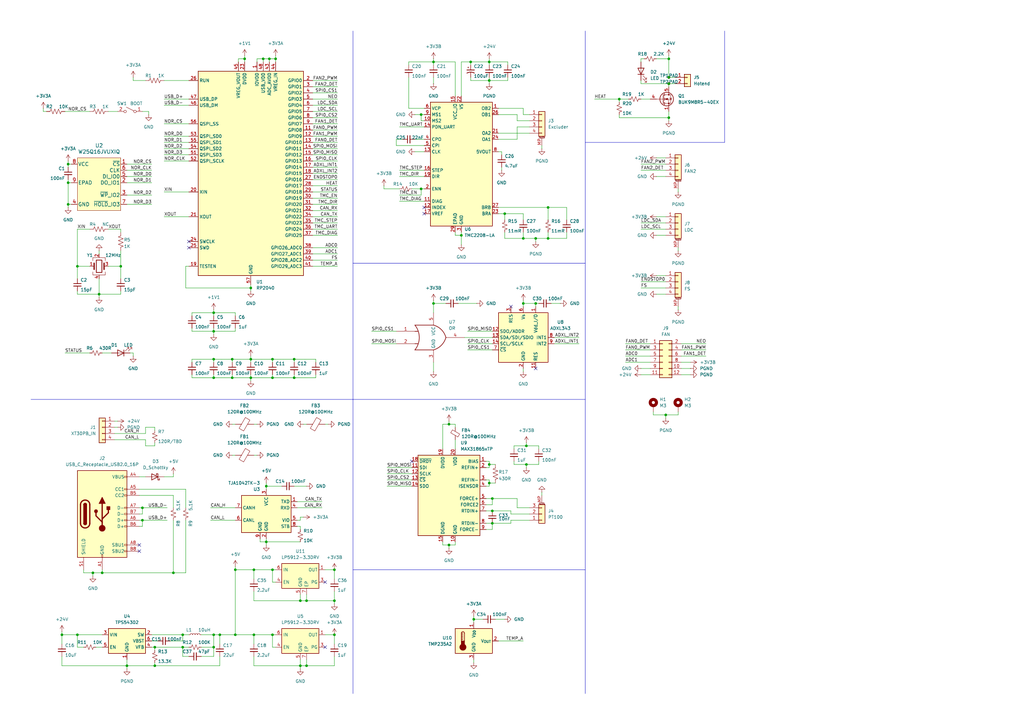
<source format=kicad_sch>
(kicad_sch (version 20231120) (generator "eeschema") (generator_version "8.0")
  (paper "A3")
  (junction (at 71.12 234.95))
  (junction (at 274.32 34.29))
  (junction (at 200.66 25.4))
  (junction (at 273.05 170.18))
  (junction (at 214.63 97.79))
  (junction (at 219.71 97.79))
  (junction (at 25.4 260.35))
  (junction (at 137.16 260.35))
  (junction (at 274.32 48.26))
  (junction (at 104.14 260.35))
  (junction (at 27.94 74.93))
  (junction (at 87.63 260.35))
  (junction (at 207.01 87.63))
  (junction (at 177.8 124.46))
  (junction (at 274.32 31.75))
  (junction (at 193.04 25.4))
  (junction (at 177.8 25.4))
  (junction (at 40.64 120.65))
  (junction (at 96.52 233.68))
  (junction (at 200.66 198.12))
  (junction (at 219.71 124.46))
  (junction (at 87.63 128.27))
  (junction (at 172.72 46.99))
  (junction (at 184.15 223.52))
  (junction (at 49.53 109.22))
  (junction (at 96.52 260.35))
  (junction (at 200.66 190.5))
  (junction (at 87.63 135.89))
  (junction (at 111.76 233.68))
  (junction (at 74.93 265.43))
  (junction (at 31.75 109.22))
  (junction (at 189.23 96.52))
  (junction (at 201.93 204.47))
  (junction (at 74.93 260.35))
  (junction (at 123.19 246.38))
  (junction (at 104.14 233.68))
  (junction (at 109.22 199.39))
  (junction (at 87.63 147.32))
  (junction (at 194.31 254))
  (junction (at 95.25 154.94))
  (junction (at 123.19 273.05))
  (junction (at 38.1 234.95))
  (junction (at 254 40.64))
  (junction (at 111.76 260.35))
  (junction (at 52.07 273.05))
  (junction (at 31.75 260.35))
  (junction (at 95.25 147.32))
  (junction (at 58.42 213.36))
  (junction (at 102.87 154.94))
  (junction (at 58.42 208.28))
  (junction (at 100.33 24.13))
  (junction (at 102.87 147.32))
  (junction (at 87.63 265.43))
  (junction (at 200.66 33.02))
  (junction (at 111.76 154.94))
  (junction (at 102.87 118.11))
  (junction (at 274.32 24.13))
  (junction (at 63.5 273.05))
  (junction (at 125.73 273.05))
  (junction (at 107.95 24.13))
  (junction (at 110.49 24.13))
  (junction (at 201.93 209.55))
  (junction (at 214.63 124.46))
  (junction (at 184.15 173.99))
  (junction (at 137.16 233.68))
  (junction (at 120.65 154.94))
  (junction (at 113.03 24.13))
  (junction (at 109.22 222.25))
  (junction (at 87.63 154.94))
  (junction (at 215.9 182.88))
  (junction (at 63.5 265.43))
  (junction (at 215.9 190.5))
  (junction (at 224.79 97.79))
  (junction (at 90.17 260.35))
  (junction (at 27.94 67.31))
  (junction (at 224.79 85.09))
  (junction (at 27.94 83.82))
  (junction (at 137.16 246.38))
  (junction (at 41.91 234.95))
  (junction (at 172.72 77.47))
  (junction (at 201.93 214.63))
  (junction (at 111.76 147.32))
  (junction (at 120.65 147.32))
  (junction (at 125.73 246.38))
  (no_connect (at 57.15 223.52))
  (no_connect (at 77.47 101.6))
  (no_connect (at 133.35 265.43))
  (no_connect (at 168.91 189.23))
  (no_connect (at 133.35 238.76))
  (no_connect (at 173.99 87.63))
  (no_connect (at 57.15 226.06))
  (no_connect (at 219.71 151.13))
  (no_connect (at 209.55 125.73))
  (no_connect (at 173.99 85.09))
  (no_connect (at 77.47 99.06))
  (wire (pts (xy 167.64 44.45) (xy 173.99 44.45)))
  (wire (pts (xy 187.96 124.46) (xy 195.58 124.46)))
  (wire (pts (xy 138.43 71.12) (xy 128.27 71.12)))
  (wire (pts (xy 82.55 269.24) (xy 87.63 269.24)))
  (wire (pts (xy 57.15 200.66) (xy 76.2 200.66)))
  (wire (pts (xy 199.39 204.47) (xy 201.93 204.47)))
  (wire (pts (xy 138.43 68.58) (xy 128.27 68.58)))
  (wire (pts (xy 71.12 234.95) (xy 41.91 234.95)))
  (wire (pts (xy 31.75 109.22) (xy 31.75 114.3)))
  (wire (pts (xy 269.24 96.52) (xy 273.05 96.52)))
  (wire (pts (xy 76.2 109.22) (xy 76.2 118.11)))
  (wire (pts (xy 158.75 196.85) (xy 168.91 196.85)))
  (wire (pts (xy 71.12 213.36) (xy 71.12 234.95)))
  (wire (pts (xy 25.4 269.24) (xy 25.4 273.05)))
  (wire (pts (xy 269.24 120.65) (xy 273.05 120.65)))
  (wire (pts (xy 44.45 93.98) (xy 49.53 93.98)))
  (wire (pts (xy 120.65 147.32) (xy 120.65 148.59)))
  (wire (pts (xy 128.27 86.36) (xy 138.43 86.36)))
  (wire (pts (xy 107.95 24.13) (xy 110.49 24.13)))
  (wire (pts (xy 170.18 62.23) (xy 173.99 62.23)))
  (wire (pts (xy 49.53 93.98) (xy 49.53 95.25)))
  (wire (pts (xy 106.68 222.25) (xy 109.22 222.25)))
  (wire (pts (xy 200.66 198.12) (xy 200.66 199.39)))
  (wire (pts (xy 262.89 24.13) (xy 262.89 25.4)))
  (wire (pts (xy 67.31 40.64) (xy 77.47 40.64)))
  (wire (pts (xy 52.07 83.82) (xy 62.23 83.82)))
  (wire (pts (xy 29.21 67.31) (xy 27.94 67.31)))
  (wire (pts (xy 46.99 175.26) (xy 48.26 175.26)))
  (wire (pts (xy 210.82 190.5) (xy 210.82 189.23)))
  (wire (pts (xy 167.64 25.4) (xy 177.8 25.4)))
  (wire (pts (xy 71.12 203.2) (xy 71.12 208.28)))
  (wire (pts (xy 219.71 97.79) (xy 224.79 97.79)))
  (polyline (pts (xy 144.78 107.95) (xy 240.03 107.95)))
  (wire (pts (xy 90.17 269.24) (xy 90.17 273.05)))
  (wire (pts (xy 102.87 154.94) (xy 111.76 154.94)))
  (wire (pts (xy 224.79 85.09) (xy 224.79 90.17)))
  (wire (pts (xy 181.61 223.52) (xy 184.15 223.52)))
  (wire (pts (xy 279.4 148.59) (xy 283.21 148.59)))
  (wire (pts (xy 125.73 246.38) (xy 137.16 246.38)))
  (wire (pts (xy 162.56 57.15) (xy 162.56 59.69)))
  (wire (pts (xy 123.19 273.05) (xy 123.19 274.32)))
  (wire (pts (xy 54.61 144.78) (xy 54.61 146.05)))
  (wire (pts (xy 200.66 189.23) (xy 200.66 190.5)))
  (wire (pts (xy 254 40.64) (xy 254 41.91)))
  (wire (pts (xy 128.27 109.22) (xy 138.43 109.22)))
  (wire (pts (xy 194.31 252.73) (xy 194.31 254)))
  (wire (pts (xy 58.42 213.36) (xy 68.58 213.36)))
  (wire (pts (xy 208.28 25.4) (xy 208.28 26.67)))
  (polyline (pts (xy 240.03 233.68) (xy 240.03 163.83)))
  (wire (pts (xy 137.16 246.38) (xy 137.16 247.65)))
  (wire (pts (xy 191.77 135.89) (xy 201.93 135.89)))
  (wire (pts (xy 104.14 186.69) (xy 105.41 186.69)))
  (wire (pts (xy 199.39 196.85) (xy 200.66 196.85)))
  (wire (pts (xy 220.98 124.46) (xy 219.71 124.46)))
  (wire (pts (xy 212.09 204.47) (xy 212.09 208.28)))
  (wire (pts (xy 31.75 93.98) (xy 31.75 109.22)))
  (wire (pts (xy 274.32 49.53) (xy 274.32 48.26)))
  (wire (pts (xy 36.83 93.98) (xy 31.75 93.98)))
  (wire (pts (xy 200.66 33.02) (xy 200.66 34.29)))
  (wire (pts (xy 78.74 128.27) (xy 87.63 128.27)))
  (wire (pts (xy 53.34 144.78) (xy 54.61 144.78)))
  (wire (pts (xy 52.07 273.05) (xy 63.5 273.05)))
  (wire (pts (xy 67.31 66.04) (xy 77.47 66.04)))
  (wire (pts (xy 200.66 25.4) (xy 200.66 26.67)))
  (wire (pts (xy 121.92 205.74) (xy 132.08 205.74)))
  (wire (pts (xy 283.21 151.13) (xy 279.4 151.13)))
  (wire (pts (xy 34.29 234.95) (xy 38.1 234.95)))
  (wire (pts (xy 25.4 273.05) (xy 52.07 273.05)))
  (wire (pts (xy 78.74 147.32) (xy 87.63 147.32)))
  (wire (pts (xy 209.55 209.55) (xy 209.55 210.82)))
  (wire (pts (xy 163.83 80.01) (xy 172.72 80.01)))
  (wire (pts (xy 209.55 214.63) (xy 209.55 213.36)))
  (wire (pts (xy 121.92 215.9) (xy 123.19 215.9)))
  (wire (pts (xy 58.42 208.28) (xy 68.58 208.28)))
  (wire (pts (xy 172.72 49.53) (xy 173.99 49.53)))
  (wire (pts (xy 128.27 101.6) (xy 138.43 101.6)))
  (wire (pts (xy 207.01 95.25) (xy 207.01 97.79)))
  (wire (pts (xy 278.13 168.91) (xy 278.13 170.18)))
  (wire (pts (xy 31.75 260.35) (xy 41.91 260.35)))
  (wire (pts (xy 184.15 223.52) (xy 186.69 223.52)))
  (wire (pts (xy 60.96 45.72) (xy 60.96 46.99)))
  (wire (pts (xy 214.63 90.17) (xy 214.63 87.63)))
  (wire (pts (xy 97.79 24.13) (xy 100.33 24.13)))
  (polyline (pts (xy 144.78 163.83) (xy 240.03 163.83)))
  (wire (pts (xy 191.77 143.51) (xy 201.93 143.51)))
  (wire (pts (xy 193.04 33.02) (xy 200.66 33.02)))
  (polyline (pts (xy 240.03 58.42) (xy 297.18 58.42)))
  (wire (pts (xy 199.39 217.17) (xy 201.93 217.17)))
  (wire (pts (xy 63.5 265.43) (xy 74.93 265.43)))
  (wire (pts (xy 170.18 57.15) (xy 173.99 57.15)))
  (wire (pts (xy 78.74 154.94) (xy 87.63 154.94)))
  (wire (pts (xy 212.09 52.07) (xy 217.17 52.07)))
  (wire (pts (xy 67.31 60.96) (xy 77.47 60.96)))
  (wire (pts (xy 123.19 243.84) (xy 123.19 246.38)))
  (wire (pts (xy 214.63 46.99) (xy 217.17 46.99)))
  (wire (pts (xy 177.8 25.4) (xy 186.69 25.4)))
  (wire (pts (xy 208.28 31.75) (xy 208.28 33.02)))
  (wire (pts (xy 209.55 213.36) (xy 217.17 213.36)))
  (wire (pts (xy 224.79 95.25) (xy 224.79 97.79)))
  (wire (pts (xy 104.14 273.05) (xy 123.19 273.05)))
  (polyline (pts (xy 144.78 12.7) (xy 144.78 163.83)))
  (wire (pts (xy 257.81 40.64) (xy 254 40.64)))
  (wire (pts (xy 102.87 156.21) (xy 102.87 154.94)))
  (wire (pts (xy 283.21 153.67) (xy 279.4 153.67)))
  (wire (pts (xy 40.64 102.87) (xy 40.64 104.14)))
  (wire (pts (xy 104.14 260.35) (xy 104.14 264.16)))
  (wire (pts (xy 95.25 173.99) (xy 96.52 173.99)))
  (wire (pts (xy 177.8 124.46) (xy 177.8 128.27)))
  (wire (pts (xy 194.31 254) (xy 198.12 254)))
  (wire (pts (xy 170.18 46.99) (xy 172.72 46.99)))
  (wire (pts (xy 186.69 96.52) (xy 189.23 96.52)))
  (wire (pts (xy 254 48.26) (xy 254 46.99)))
  (wire (pts (xy 128.27 106.68) (xy 138.43 106.68)))
  (wire (pts (xy 96.52 233.68) (xy 96.52 260.35)))
  (wire (pts (xy 201.93 209.55) (xy 209.55 209.55)))
  (wire (pts (xy 52.07 273.05) (xy 52.07 270.51)))
  (wire (pts (xy 109.22 222.25) (xy 123.19 222.25)))
  (wire (pts (xy 125.73 246.38) (xy 125.73 243.84)))
  (wire (pts (xy 67.31 33.02) (xy 77.47 33.02)))
  (wire (pts (xy 96.52 260.35) (xy 104.14 260.35)))
  (wire (pts (xy 63.5 265.43) (xy 63.5 266.7)))
  (wire (pts (xy 57.15 210.82) (xy 58.42 210.82)))
  (wire (pts (xy 111.76 233.68) (xy 113.03 233.68)))
  (wire (pts (xy 67.31 58.42) (xy 77.47 58.42)))
  (wire (pts (xy 200.66 24.13) (xy 200.66 25.4)))
  (wire (pts (xy 46.99 180.34) (xy 59.69 180.34)))
  (wire (pts (xy 215.9 181.61) (xy 215.9 182.88)))
  (wire (pts (xy 274.32 31.75) (xy 276.86 31.75)))
  (wire (pts (xy 120.65 154.94) (xy 120.65 153.67)))
  (wire (pts (xy 105.41 24.13) (xy 105.41 25.4)))
  (wire (pts (xy 212.09 208.28) (xy 217.17 208.28)))
  (wire (pts (xy 172.72 77.47) (xy 172.72 80.01)))
  (wire (pts (xy 31.75 265.43) (xy 31.75 260.35)))
  (wire (pts (xy 110.49 24.13) (xy 113.03 24.13)))
  (wire (pts (xy 49.53 120.65) (xy 40.64 120.65)))
  (wire (pts (xy 57.15 195.58) (xy 59.69 195.58)))
  (wire (pts (xy 137.16 233.68) (xy 137.16 237.49)))
  (wire (pts (xy 207.01 87.63) (xy 207.01 90.17)))
  (wire (pts (xy 52.07 74.93) (xy 62.23 74.93)))
  (wire (pts (xy 254 48.26) (xy 274.32 48.26)))
  (wire (pts (xy 193.04 26.67) (xy 193.04 25.4)))
  (wire (pts (xy 186.69 180.34) (xy 186.69 184.15)))
  (wire (pts (xy 128.27 55.88) (xy 138.43 55.88)))
  (wire (pts (xy 204.47 57.15) (xy 212.09 57.15)))
  (wire (pts (xy 215.9 190.5) (xy 220.98 190.5)))
  (wire (pts (xy 111.76 154.94) (xy 111.76 153.67)))
  (wire (pts (xy 133.35 173.99) (xy 134.62 173.99)))
  (wire (pts (xy 167.64 25.4) (xy 167.64 26.67)))
  (wire (pts (xy 133.35 233.68) (xy 137.16 233.68)))
  (wire (pts (xy 194.31 270.51) (xy 194.31 271.78)))
  (polyline (pts (xy 240.03 12.7) (xy 240.03 107.95)))
  (wire (pts (xy 214.63 123.19) (xy 214.63 124.46)))
  (wire (pts (xy 152.4 140.97) (xy 162.56 140.97)))
  (wire (pts (xy 95.25 186.69) (xy 96.52 186.69)))
  (wire (pts (xy 128.27 78.74) (xy 138.43 78.74)))
  (wire (pts (xy 102.87 147.32) (xy 111.76 147.32)))
  (wire (pts (xy 19.05 45.72) (xy 17.78 45.72)))
  (polyline (pts (xy 297.18 12.7) (xy 297.18 58.42)))
  (wire (pts (xy 107.95 24.13) (xy 107.95 25.4)))
  (wire (pts (xy 158.75 199.39) (xy 168.91 199.39)))
  (wire (pts (xy 128.27 96.52) (xy 138.43 96.52)))
  (wire (pts (xy 181.61 173.99) (xy 184.15 173.99)))
  (wire (pts (xy 215.9 182.88) (xy 220.98 182.88)))
  (wire (pts (xy 52.07 72.39) (xy 62.23 72.39)))
  (wire (pts (xy 34.29 265.43) (xy 31.75 265.43)))
  (wire (pts (xy 262.89 34.29) (xy 274.32 34.29)))
  (wire (pts (xy 128.27 83.82) (xy 138.43 83.82)))
  (wire (pts (xy 96.52 213.36) (xy 86.36 213.36)))
  (wire (pts (xy 111.76 154.94) (xy 120.65 154.94)))
  (wire (pts (xy 137.16 269.24) (xy 137.16 273.05)))
  (wire (pts (xy 102.87 146.05) (xy 102.87 147.32)))
  (wire (pts (xy 186.69 95.25) (xy 186.69 96.52)))
  (wire (pts (xy 212.09 49.53) (xy 217.17 49.53)))
  (wire (pts (xy 128.27 60.96) (xy 138.43 60.96)))
  (wire (pts (xy 87.63 148.59) (xy 87.63 147.32)))
  (wire (pts (xy 63.5 182.88) (xy 59.69 182.88)))
  (wire (pts (xy 128.27 93.98) (xy 138.43 93.98)))
  (polyline (pts (xy 240.03 233.68) (xy 240.03 284.48)))
  (wire (pts (xy 104.14 260.35) (xy 111.76 260.35)))
  (wire (pts (xy 172.72 77.47) (xy 173.99 77.47)))
  (wire (pts (xy 232.41 95.25) (xy 232.41 97.79)))
  (wire (pts (xy 78.74 134.62) (xy 78.74 135.89)))
  (wire (pts (xy 123.19 273.05) (xy 125.73 273.05)))
  (wire (pts (xy 269.24 72.39) (xy 273.05 72.39)))
  (wire (pts (xy 128.27 81.28) (xy 138.43 81.28)))
  (wire (pts (xy 273.05 91.44) (xy 262.89 91.44)))
  (wire (pts (xy 78.74 147.32) (xy 78.74 148.59)))
  (wire (pts (xy 266.7 140.97) (xy 256.54 140.97)))
  (wire (pts (xy 193.04 31.75) (xy 193.04 33.02)))
  (wire (pts (xy 158.75 194.31) (xy 168.91 194.31)))
  (wire (pts (xy 63.5 271.78) (xy 63.5 273.05)))
  (wire (pts (xy 158.75 191.77) (xy 168.91 191.77)))
  (wire (pts (xy 181.61 173.99) (xy 181.61 184.15)))
  (wire (pts (xy 190.5 138.43) (xy 201.93 138.43)))
  (wire (pts (xy 49.53 109.22) (xy 49.53 114.3)))
  (wire (pts (xy 102.87 118.11) (xy 102.87 116.84)))
  (wire (pts (xy 128.27 53.34) (xy 138.43 53.34)))
  (wire (pts (xy 38.1 234.95) (xy 38.1 236.22)))
  (wire (pts (xy 100.33 22.86) (xy 100.33 24.13)))
  (wire (pts (xy 64.77 262.89) (xy 62.23 262.89)))
  (wire (pts (xy 157.48 77.47) (xy 157.48 76.2)))
  (wire (pts (xy 121.92 208.28) (xy 132.08 208.28)))
  (wire (pts (xy 58.42 213.36) (xy 58.42 215.9)))
  (wire (pts (xy 95.25 147.32) (xy 102.87 147.32)))
  (wire (pts (xy 204.47 54.61) (xy 217.17 54.61)))
  (wire (pts (xy 262.89 67.31) (xy 273.05 67.31)))
  (wire (pts (xy 95.25 147.32) (xy 87.63 147.32)))
  (wire (pts (xy 63.5 265.43) (xy 62.23 265.43)))
  (wire (pts (xy 184.15 172.72) (xy 184.15 173.99)))
  (wire (pts (xy 193.04 25.4) (xy 200.66 25.4)))
  (wire (pts (xy 189.23 25.4) (xy 189.23 39.37)))
  (wire (pts (xy 27.94 85.09) (xy 27.94 83.82)))
  (wire (pts (xy 67.31 50.8) (xy 77.47 50.8)))
  (wire (pts (xy 39.37 265.43) (xy 41.91 265.43)))
  (polyline (pts (xy 12.7 163.83) (xy 144.78 163.83)))
  (wire (pts (xy 278.13 125.73) (xy 278.13 127)))
  (wire (pts (xy 204.47 87.63) (xy 207.01 87.63)))
  (wire (pts (xy 63.5 175.26) (xy 59.69 175.26)))
  (wire (pts (xy 34.29 234.95) (xy 34.29 233.68)))
  (wire (pts (xy 201.93 214.63) (xy 209.55 214.63)))
  (wire (pts (xy 128.27 63.5) (xy 138.43 63.5)))
  (wire (pts (xy 274.32 45.72) (xy 274.32 48.26)))
  (wire (pts (xy 40.64 120.65) (xy 40.64 121.92)))
  (wire (pts (xy 100.33 24.13) (xy 100.33 25.4)))
  (wire (pts (xy 273.05 93.98) (xy 262.89 93.98)))
  (wire (pts (xy 186.69 173.99) (xy 186.69 175.26)))
  (wire (pts (xy 109.22 222.25) (xy 109.22 220.98)))
  (wire (pts (xy 124.46 173.99) (xy 125.73 173.99)))
  (wire (pts (xy 87.63 269.24) (xy 87.63 265.43)))
  (wire (pts (xy 58.42 208.28) (xy 58.42 210.82)))
  (wire (pts (xy 25.4 260.35) (xy 31.75 260.35)))
  (wire (pts (xy 95.25 154.94) (xy 102.87 154.94)))
  (wire (pts (xy 128.27 48.26) (xy 138.43 48.26)))
  (wire (pts (xy 125.73 199.39) (xy 120.65 199.39)))
  (wire (pts (xy 128.27 91.44) (xy 138.43 91.44)))
  (wire (pts (xy 87.63 128.27) (xy 96.52 128.27)))
  (wire (pts (xy 76.2 118.11) (xy 102.87 118.11)))
  (wire (pts (xy 128.27 35.56) (xy 138.43 35.56)))
  (wire (pts (xy 269.24 64.77) (xy 273.05 64.77)))
  (wire (pts (xy 133.35 260.35) (xy 137.16 260.35)))
  (wire (pts (xy 181.61 222.25) (xy 181.61 223.52)))
  (wire (pts (xy 210.82 182.88) (xy 210.82 184.15)))
  (wire (pts (xy 36.83 109.22) (xy 31.75 109.22)))
  (wire (pts (xy 104.14 233.68) (xy 111.76 233.68)))
  (wire (pts (xy 128.27 58.42) (xy 138.43 58.42)))
  (wire (pts (xy 57.15 203.2) (xy 71.12 203.2)))
  (wire (pts (xy 69.85 262.89) (xy 74.93 262.89)))
  (wire (pts (xy 96.52 135.89) (xy 96.52 134.62)))
  (wire (pts (xy 207.01 254) (xy 203.2 254)))
  (wire (pts (xy 167.64 44.45) (xy 167.64 31.75)))
  (wire (pts (xy 128.27 104.14) (xy 138.43 104.14)))
  (wire (pts (xy 273.05 113.03) (xy 269.24 113.03)))
  (wire (pts (xy 113.03 238.76) (xy 111.76 238.76)))
  (wire (pts (xy 109.22 222.25) (xy 109.22 223.52)))
  (wire (pts (xy 104.14 242.57) (xy 104.14 246.38)))
  (wire (pts (xy 62.23 260.35) (xy 74.93 260.35)))
  (wire (pts (xy 177.8 148.59) (xy 177.8 152.4)))
  (wire (pts (xy 137.16 242.57) (xy 137.16 246.38)))
  (wire (pts (xy 67.31 78.74) (xy 77.47 78.74)))
  (wire (pts (xy 57.15 213.36) (xy 58.42 213.36)))
  (wire (pts (xy 172.72 46.99) (xy 172.72 49.53)))
  (wire (pts (xy 49.53 102.87) (xy 49.53 109.22)))
  (wire (pts (xy 184.15 223.52) (xy 184.15 224.79)))
  (wire (pts (xy 219.71 124.46) (xy 219.71 125.73)))
  (wire (pts (xy 279.4 140.97) (xy 289.56 140.97)))
  (wire (pts (xy 204.47 62.23) (xy 205.74 62.23)))
  (wire (pts (xy 205.74 68.58) (xy 205.74 69.85)))
  (wire (pts (xy 162.56 59.69) (xy 173.99 59.69)))
  (wire (pts (xy 267.97 168.91) (xy 267.97 170.18)))
  (wire (pts (xy 67.31 43.18) (xy 77.47 43.18)))
  (wire (pts (xy 67.31 195.58) (xy 71.12 195.58)))
  (wire (pts (xy 74.93 260.35) (xy 77.47 260.35)))
  (wire (pts (xy 232.41 90.17) (xy 232.41 85.09)))
  (wire (pts (xy 256.54 143.51) (xy 266.7 143.51)))
  (wire (pts (xy 201.93 207.01) (xy 201.93 204.47)))
  (wire (pts (xy 129.54 148.59) (xy 129.54 147.32)))
  (wire (pts (xy 199.39 209.55) (xy 201.93 209.55)))
  (wire (pts (xy 212.09 46.99) (xy 212.09 49.53)))
  (wire (pts (xy 214.63 97.79) (xy 219.71 97.79)))
  (wire (pts (xy 214.63 95.25) (xy 214.63 97.79)))
  (wire (pts (xy 63.5 181.61) (xy 63.5 182.88)))
  (wire (pts (xy 266.7 40.64) (xy 262.89 40.64)))
  (wire (pts (xy 200.66 191.77) (xy 199.39 191.77)))
  (wire (pts (xy 220.98 184.15) (xy 220.98 182.88)))
  (wire (pts (xy 199.39 189.23) (xy 200.66 189.23)))
  (wire (pts (xy 262.89 34.29) (xy 262.89 33.02)))
  (wire (pts (xy 274.32 34.29) (xy 274.32 35.56)))
  (wire (pts (xy 63.5 176.53) (xy 63.5 175.26)))
  (wire (pts (xy 264.16 24.13) (xy 262.89 24.13)))
  (wire (pts (xy 107.95 24.13) (xy 105.41 24.13)))
  (wire (pts (xy 57.15 208.28) (xy 58.42 208.28)))
  (wire (pts (xy 78.74 129.54) (xy 78.74 128.27)))
  (wire (pts (xy 214.63 44.45) (xy 214.63 46.99)))
  (wire (pts (xy 71.12 195.58) (xy 71.12 194.31)))
  (wire (pts (xy 289.56 146.05) (xy 279.4 146.05)))
  (wire (pts (xy 26.67 45.72) (xy 36.83 45.72)))
  (wire (pts (xy 52.07 273.05) (xy 52.07 274.32)))
  (wire (pts (xy 52.07 67.31) (xy 62.23 67.31)))
  (wire (pts (xy 214.63 124.46) (xy 219.71 124.46)))
  (wire (pts (xy 54.61 33.02) (xy 59.69 33.02)))
  (wire (pts (xy 200.66 199.39) (xy 199.39 199.39)))
  (wire (pts (xy 215.9 190.5) (xy 215.9 191.77)))
  (wire (pts (xy 200.66 25.4) (xy 208.28 25.4)))
  (wire (pts (xy 201.93 217.17) (xy 201.93 214.63)))
  (wire (pts (xy 95.25 153.67) (xy 95.25 154.94)))
  (wire (pts (xy 25.4 260.35) (xy 25.4 264.16)))
  (wire (pts (xy 123.19 212.09) (xy 123.19 213.36)))
  (wire (pts (xy 129.54 153.67) (xy 129.54 154.94)))
  (wire (pts (xy 168.91 77.47) (xy 172.72 77.47)))
  (wire (pts (xy 90.17 260.35) (xy 96.52 260.35)))
  (wire (pts (xy 222.25 201.93) (xy 222.25 203.2)))
  (wire (pts (xy 104.14 233.68) (xy 104.14 237.49)))
  (wire (pts (xy 74.93 269.24) (xy 74.93 265.43)))
  (wire (pts (xy 262.89 153.67) (xy 266.7 153.67)))
  (wire (pts (xy 27.94 73.66) (xy 27.94 74.93)))
  (wire (pts (xy 67.31 88.9) (xy 77.47 88.9)))
  (polyline (pts (xy 144.78 163.83) (xy 144.78 284.48)))
  (wire (pts (xy 110.49 24.13) (xy 110.49 25.4)))
  (wire (pts (xy 273.05 118.11) (xy 262.89 118.11)))
  (wire (pts (xy 289.56 143.51) (xy 279.4 143.51)))
  (wire (pts (xy 87.63 153.67) (xy 87.63 154.94)))
  (wire (pts (xy 96.52 128.27) (xy 96.52 129.54)))
  (wire (pts (xy 210.82 182.88) (xy 215.9 182.88)))
  (wire (pts (xy 128.27 50.8) (xy 138.43 50.8)))
  (wire (pts (xy 40.64 114.3) (xy 40.64 120.65)))
  (wire (pts (xy 214.63 151.13) (xy 214.63 152.4)))
  (wire (pts (xy 27.94 67.31) (xy 27.94 68.58)))
  (wire (pts (xy 87.63 260.35) (xy 90.17 260.35)))
  (wire (pts (xy 274.32 22.86) (xy 274.32 24.13)))
  (wire (pts (xy 77.47 109.22) (xy 76.2 109.22)))
  (wire (pts (xy 163.83 72.39) (xy 173.99 72.39)))
  (wire (pts (xy 267.97 170.18) (xy 273.05 170.18)))
  (wire (pts (xy 207.01 97.79) (xy 214.63 97.79)))
  (wire (pts (xy 97.79 24.13) (xy 97.79 25.4)))
  (wire (pts (xy 243.84 40.64) (xy 254 40.64)))
  (wire (pts (xy 208.28 33.02) (xy 200.66 33.02)))
  (wire (pts (xy 113.03 24.13) (xy 113.03 25.4)))
  (wire (pts (xy 52.07 80.01) (xy 62.23 80.01)))
  (wire (pts (xy 204.47 85.09) (xy 224.79 85.09)))
  (wire (pts (xy 90.17 260.35) (xy 90.17 264.16)))
  (wire (pts (xy 87.63 135.89) (xy 87.63 137.16)))
  (wire (pts (xy 82.55 260.35) (xy 87.63 260.35)))
  (wire (pts (xy 199.39 214.63) (xy 201.93 214.63)))
  (wire (pts (xy 120.65 154.94) (xy 129.54 154.94)))
  (wire (pts (xy 87.63 154.94) (xy 95.25 154.94)))
  (wire (pts (xy 128.27 45.72) (xy 138.43 45.72)))
  (wire (pts (xy 269.24 24.13) (xy 274.32 24.13)))
  (wire (pts (xy 173.99 46.99) (xy 172.72 46.99)))
  (wire (pts (xy 201.93 204.47) (xy 212.09 204.47)))
  (wire (pts (xy 200.66 198.12) (xy 203.2 198.12)))
  (wire (pts (xy 41.91 144.78) (xy 45.72 144.78)))
  (wire (pts (xy 186.69 25.4) (xy 186.69 39.37)))
  (wire (pts (xy 274.32 24.13) (xy 274.32 31.75)))
  (wire (pts (xy 220.98 189.23) (xy 220.98 190.5)))
  (wire (pts (xy 274.32 34.29) (xy 276.86 34.29)))
  (wire (pts (xy 273.05 170.18) (xy 273.05 171.45)))
  (wire (pts (xy 31.75 120.65) (xy 40.64 120.65)))
  (wire (pts (xy 41.91 234.95) (xy 41.91 233.68)))
  (wire (pts (xy 204.47 46.99) (xy 212.09 46.99)))
  (wire (pts (xy 111.76 260.35) (xy 111.76 265.43)))
  (wire (pts (xy 78.74 135.89) (xy 87.63 135.89)))
  (wire (pts (xy 128.27 40.64) (xy 138.43 40.64)))
  (wire (pts (xy 200.66 196.85) (xy 200.66 198.12)))
  (wire (pts (xy 191.77 140.97) (xy 201.93 140.97)))
  (wire (pts (xy 78.74 154.94) (xy 78.74 153.67)))
  (wire (pts (xy 125.73 273.05) (xy 137.16 273.05)))
  (wire (pts (xy 104.14 246.38) (xy 123.19 246.38)))
  (wire (pts (xy 212.09 57.15) (xy 212.09 52.07)))
  (wire (pts (xy 29.21 74.93) (xy 27.94 74.93)))
  (wire (pts (xy 184.15 173.99) (xy 186.69 173.99)))
  (wire (pts (xy 278.13 101.6) (xy 278.13 102.87)))
  (wire (pts (xy 58.42 215.9) (xy 57.15 215.9)))
  (wire (pts (xy 113.03 22.86) (xy 113.03 24.13)))
  (wire (pts (xy 96.52 232.41) (xy 96.52 233.68)))
  (wire (pts (xy 38.1 234.95) (xy 41.91 234.95)))
  (wire (pts (xy 87.63 134.62) (xy 87.63 135.89)))
  (wire (pts (xy 111.76 260.35) (xy 113.03 260.35)))
  (wire (pts (xy 273.05 115.57) (xy 262.89 115.57)))
  (wire (pts (xy 87.63 135.89) (xy 96.52 135.89)))
  (wire (pts (xy 74.93 265.43) (xy 77.47 265.43)))
  (wire (pts (xy 214.63 125.73) (xy 214.63 124.46)))
  (wire (pts (xy 200.66 190.5) (xy 200.66 191.77)))
  (wire (pts (xy 67.31 63.5) (xy 77.47 63.5)))
  (wire (pts (xy 102.87 118.11) (xy 102.87 119.38)))
  (wire (pts (xy 46.99 177.8) (xy 59.69 177.8)))
  (wire (pts (xy 96.52 208.28) (xy 86.36 208.28)))
  (wire (pts (xy 273.05 170.18) (xy 278.13 170.18)))
  (wire (pts (xy 76.2 234.95) (xy 71.12 234.95)))
  (wire (pts (xy 262.89 151.13) (xy 266.7 151.13)))
  (wire (pts (xy 163.83 69.85) (xy 173.99 69.85)))
  (wire (pts (xy 125.73 273.05) (xy 125.73 270.51)))
  (wire (pts (xy 210.82 190.5) (xy 215.9 190.5)))
  (wire (pts (xy 200.66 190.5) (xy 203.2 190.5)))
  (wire (pts (xy 111.76 147.32) (xy 120.65 147.32)))
  (wire (pts (xy 25.4 259.08) (xy 25.4 260.35)))
  (wire (pts (xy 104.14 233.68) (xy 96.52 233.68)))
  (wire (pts (xy 262.89 69.85) (xy 273.05 69.85)))
  (wire (pts (xy 104.14 269.24) (xy 104.14 273.05)))
  (wire (pts (xy 204.47 262.89) (xy 214.63 262.89)))
  (wire (pts (xy 232.41 85.09) (xy 224.79 85.09)))
  (wire (pts (xy 177.8 124.46) (xy 182.88 124.46)))
  (wire (pts (xy 204.47 44.45) (xy 214.63 44.45)))
  (wire (pts (xy 200.66 33.02) (xy 200.66 31.75)))
  (wire (pts (xy 128.27 38.1) (xy 138.43 38.1)))
  (wire (pts (xy 54.61 31.75) (xy 54.61 33.02)))
  (wire (pts (xy 82.55 265.43) (xy 87.63 265.43)))
  (wire (pts (xy 111.76 147.32) (xy 111.76 148.59)))
  (wire (pts (xy 273.05 88.9) (xy 269.24 88.9)))
  (wire (pts (xy 102.87 147.32) (xy 102.87 148.59)))
  (wire (pts (xy 52.07 69.85) (xy 62.23 69.85)))
  (wire (pts (xy 222.25 60.96) (xy 222.25 59.69)))
  (wire (pts (xy 163.83 52.07) (xy 173.99 52.07)))
  (wire (pts (xy 137.16 260.35) (xy 137.16 264.16)))
  (wire (pts (xy 31.75 119.38) (xy 31.75 120.65)))
  (wire (pts (xy 27.94 67.31) (xy 27.94 66.04)))
  (wire (pts (xy 111.76 233.68) (xy 111.76 238.76)))
  (wire (pts (xy 189.23 95.25) (xy 189.23 96.52)))
  (wire (pts (xy 194.31 255.27) (xy 194.31 254)))
  (wire (pts (xy 229.87 124.46) (xy 226.06 124.46)))
  (wire (pts (xy 120.65 147.32) (xy 129.54 147.32)))
  (wire (pts (xy 189.23 96.52) (xy 189.23 100.33)))
  (wire (pts (xy 59.69 182.88) (xy 59.69 180.34)))
  (wire (pts (xy 58.42 45.72) (xy 60.96 45.72)))
  (wire (pts (xy 199.39 207.01) (xy 201.93 207.01)))
  (wire (pts (xy 205.74 62.23) (xy 205.74 63.5)))
  (wire (pts (xy 165.1 57.15) (xy 162.56 57.15)))
  (wire (pts (xy 76.2 200.66) (xy 76.2 208.28)))
  (wire (pts (xy 128.27 88.9) (xy 138.43 88.9)))
  (wire (pts (xy 152.4 135.89) (xy 162.56 135.89)))
  (wire (pts (xy 157.48 77.47) (xy 163.83 77.47)))
  (wire (pts (xy 67.31 55.88) (xy 77.47 55.88)))
  (wire (pts (xy 26.67 144.78) (xy 36.83 144.78)))
  (wire (pts (xy 113.03 265.43) (xy 111.76 265.43)))
  (wire (pts (xy 219.71 97.79) (xy 219.71 99.06)))
  (wire (pts (xy 209.55 210.82) (xy 217.17 210.82)))
  (wire (pts (xy 278.13 77.47) (xy 278.13 78.74)))
  (wire (pts (xy 106.68 220.98) (xy 106.68 222.25)))
  (wire (pts (xy 138.43 66.04) (xy 128.27 66.04)))
  (wire (pts (xy 87.63 260.35) (xy 87.63 265.43)))
  (wire (pts (xy 76.2 213.36) (xy 76.2 234.95)))
  (wire (pts (xy 214.63 87.63) (xy 207.01 87.63)))
  (wire (pts (xy 87.63 127) (xy 87.63 128.27)))
  (wire (pts (xy 123.19 270.51) (xy 123.19 273.05)))
  (wire (pts (xy 87.63 129.54) (xy 87.63 128.27)))
  (wire (pts (xy 138.43 73.66) (xy 128.27 73.66)))
  (wire (pts (xy 128.27 76.2) (xy 138.43 76.2)))
  (wire (pts (xy 17.78 45.72) (xy 17.78 44.45)))
  (wire (pts (xy 227.33 138.43) (xy 237.49 138.43)))
  (wire (pts (xy 177.8 24.13) (xy 177.8 25.4)))
  (wire (pts (xy 123.19 212.09) (xy 124.46 212.09)))
  (wire (pts (xy 95.25 148.59) (xy 95.25 147.32)))
  (wire (pts (xy 74.93 262.89) (xy 74.93 260.35)))
  (wire (pts (xy 77.47 269.24) (xy 74.93 269.24)))
  (wire (pts (xy 27.94 83.82) (xy 29.21 83.82)))
  (wire (pts (xy 27.94 74.93) (xy 27.94 83.82)))
  (wire (pts (xy 102.87 154.94) (xy 102.87 153.67)))
  (wire (pts (xy 123.19 246.38) (xy 125.73 246.38)))
  (wire (pts (xy 49.53 119.38) (xy 49.53 120.65)))
  (wire (pts (xy 256.54 146.05) (xy 266.7 146.05)))
  (wire (pts (xy 227.33 140.97) (xy 237.49 140.97)))
  (wire (pts (xy 115.57 199.39) (xy 109.22 199.39)))
  (wire (pts (xy 224.79 97.79) (xy 232.41 97.79)))
  (wire (pts (xy 177.8 26.67) (xy 177.8 25.4)))
  (wire (pts (xy 44.45 109.22) (xy 49.53 109.22)))
  (wire (pts (xy 123.19 213.36) (xy 121.92 213.36)))
  (polyline (pts (xy 240.03 163.83) (xy 240.03 107.95)))
  (wire (pts (xy 46.99 172.72) (xy 48.26 172.72)))
  (wire (pts (xy 128.27 33.02) (xy 138.43 33.02)))
  (wire (pts (xy 123.19 217.17) (xy 123.19 215.9)))
  (wire (pts (xy 59.69 175.26) (xy 59.69 177.8)))
  (wire (pts (xy 90.17 273.05) (xy 63.5 273.05)))
  (wire (pts (xy 109.22 198.12) (xy 109.22 199.39)))
  (wire (pts (xy 177.8 31.75) (xy 177.8 34.29)))
  (wire (pts (xy 104.14 173.99) (xy 105.41 173.99)))
  (wire (pts (xy 109.22 199.39) (xy 109.22 200.66)))
  (wire (pts (xy 266.7 148.59) (xy 256.54 148.59)))
  (wire (pts (xy 163.83 82.55) (xy 173.99 82.55)))
  (wire (pts (xy 186.69 223.52) (xy 186.69 222.25)))
  (wire (pts (xy 177.8 123.19) (xy 177.8 124.46)))
  (wire (pts (xy 128.27 43.18) (xy 138.43 43.18)))
  (wire (pts (xy 44.45 45.72) (xy 48.26 45.72)))
  (wire (pts (xy 193.04 25.4) (xy 189.23 25.4)))
  (polyline (pts (xy 144.78 233.68) (xy 240.03 233.68)))
  (label "NEO" (at 138.43 40.64 180))
  (label "ADXL_INT2" (at 237.49 138.43 180))
  (label "LDC_SCL" (at 138.43 45.72 180))
  (label "NOR_D2" (at 62.23 80.01 180))
  (label "NEO" (at 289.56 140.97 180))
  (label "FAN1_DET" (at 138.43 50.8 180))
  (label "CAN_RX" (at 138.43 86.36 180))
  (label "SPI0_CS1" (at 138.43 38.1 180))
  (label "ADXL_INT1" (at 138.43 68.58 180))
  (label "LDC_SCL" (at 262.89 93.98 0))
  (label "NOR_D3" (at 62.23 83.82 180))
  (label "SPI0_MOSI" (at 138.43 60.96 180))
  (label "CAN_L" (at 57.15 180.34 180))
  (label "NOR_CS" (at 67.31 50.8 0))
  (label "SPI0_CS2" (at 138.43 48.26 180))
  (label "SPI0_CS1" (at 152.4 135.89 0))
  (label "CAN_RX" (at 132.08 208.28 180))
  (label "XOUT" (at 67.31 88.9 0))
  (label "FAN2_PWM" (at 138.43 33.02 180))
  (label "NOR_D1" (at 62.23 74.93 180))
  (label "HEAT" (at 138.43 76.2 180))
  (label "USB_D-" (at 68.58 208.28 180))
  (label "ADC1" (at 256.54 148.59 0))
  (label "XIN" (at 67.31 78.74 0))
  (label "FAN0_DET" (at 256.54 140.97 0))
  (label "SPI0_CLK" (at 191.77 140.97 0))
  (label "FAN2_DET" (at 138.43 35.56 180))
  (label "ADXL_INT1" (at 237.49 140.97 180))
  (label "FS" (at 262.89 118.11 0))
  (label "TMC_UART" (at 138.43 93.98 180))
  (label "SPI0_MISO" (at 191.77 135.89 0))
  (label "LDC_SDA" (at 262.89 91.44 0))
  (label "ADC0" (at 138.43 101.6 180))
  (label "ADC1" (at 138.43 104.14 180))
  (label "FAN0_DET" (at 138.43 58.42 180))
  (label "NOR_CS" (at 27.94 45.72 0))
  (label "STATUS" (at 26.67 144.78 0))
  (label "TMC_STEP" (at 163.83 69.85 0))
  (label "NOR_D3" (at 67.31 63.5 0))
  (label "CAN_TX" (at 132.08 205.74 180))
  (label "TMC_STEP" (at 138.43 91.44 180))
  (label "TMC_EN" (at 138.43 81.28 180))
  (label "SPI0_MISO" (at 138.43 63.5 180))
  (label "TMC_DIR" (at 163.83 72.39 0))
  (label "FAN2_DET" (at 262.89 69.85 0))
  (label "FAN2_PWM" (at 262.89 67.31 0))
  (label "TMC_DIAG" (at 138.43 96.52 180))
  (label "SPI0_CLK" (at 138.43 66.04 180))
  (label "SPI0_CS2" (at 158.75 196.85 0))
  (label "NOR_D1" (at 67.31 58.42 0))
  (label "TEMP_A" (at 214.63 262.89 180))
  (label "SPI0_CLK" (at 158.75 194.31 0))
  (label "TMC_DIR" (at 138.43 83.82 180))
  (label "HEAT" (at 243.84 40.64 0))
  (label "NOR_D0" (at 67.31 55.88 0))
  (label "CAN_H" (at 57.15 177.8 180))
  (label "SPI0_MISO" (at 158.75 199.39 0))
  (label "NOR_D2" (at 67.31 60.96 0))
  (label "SPI0_MOSI" (at 152.4 140.97 0))
  (label "NOR_CLK" (at 67.31 66.04 0))
  (label "FS" (at 138.43 106.68 180))
  (label "ADC0" (at 256.54 146.05 0))
  (label "FAN0_PWM" (at 256.54 143.51 0))
  (label "NOR_D0" (at 62.23 72.39 180))
  (label "ADXL_INT2" (at 138.43 71.12 180))
  (label "CAN_L" (at 86.36 213.36 0))
  (label "STATUS" (at 138.43 78.74 180))
  (label "CAN_TX" (at 138.43 88.9 180))
  (label "USB_D+" (at 68.58 213.36 180))
  (label "TMC_UART" (at 163.83 52.07 0))
  (label "CAN_H" (at 86.36 208.28 0))
  (label "SPI0_CS1" (at 191.77 143.51 0))
  (label "NOR_CS" (at 62.23 67.31 180))
  (label "FAN1_PWM" (at 289.56 143.51 180))
  (label "TMC_DIAG" (at 163.83 82.55 0))
  (label "TEMP_A" (at 138.43 109.22 180))
  (label "FAN1_DET" (at 289.56 146.05 180))
  (label "ENDSTOP0" (at 138.43 73.66 180))
  (label "TMC_EN" (at 163.83 80.01 0))
  (label "FAN0_PWM" (at 138.43 53.34 180))
  (label "FAN1_PWM" (at 138.43 55.88 180))
  (label "LDC_SDA" (at 138.43 43.18 180))
  (label "SPI0_MOSI" (at 158.75 191.77 0))
  (label "NOR_CLK" (at 62.23 69.85 180))
  (label "USB_D+" (at 67.31 40.64 0))
  (label "XOUT" (at 49.53 93.98 180))
  (label "XIN" (at 31.75 93.98 0))
  (label "USB_D-" (at 67.31 43.18 0))
  (label "ENDSTOP0" (at 262.89 115.57 0))
  (symbol (lib_id "Device:R_Small_US") (at 76.2 210.82 0) (mirror x) (unit 1)
    (property "Reference" "R9" (at 77.47 213.36 90) (effects (justify left top)))
    (property "Value" "5.1K" (at 77.47 209.55 90) (effects (justify right top)))
    (property "Footprint" "Resistor_SMD:R_0402_1005Metric" (effects (hide yes)))
    (property "Description" "Resistor, small US symbol" (effects (hide yes)))
  )
  (symbol (lib_id "Device:R_US") (at 49.53 99.06 0) (mirror x) (unit 1)
    (property "Reference" "R5" (at 50.8 99.06 0) (effects (justify left top)))
    (property "Value" "1K" (at 50.8 100.33 0) (effects (justify left bottom)))
    (property "Footprint" "Resistor_SMD:R_0402_1005Metric" (effects (hide yes)))
    (property "Description" "Resistor, US symbol" (effects (hide yes)))
  )
  (symbol (lib_id "Device:C_Small") (at 87.63 132.08 0) (unit 1)
    (property "Reference" "C5" (at 88.9 130.81 0) (effects (justify left bottom)))
    (property "Value" "100nF" (at 88.9 133.35 0) (effects (justify left top)))
    (property "Footprint" "Capacitor_SMD:C_0402_1005Metric" (effects (hide yes)))
    (property "Description" "Unpolarized capacitor, small symbol" (effects (hide yes)))
  )
  (symbol (lib_id "Device:R_US") (at 40.64 93.98 90) (unit 1)
    (property "Reference" "R4" (at 39.37 92.71 90) (effects (justify left top)))
    (property "Value" "NC" (at 41.91 92.71 90) (effects (justify right top)))
    (property "Footprint" "Resistor_SMD:R_0402_1005Metric" (effects (hide yes)))
    (property "Description" "Resistor, US symbol" (effects (hide yes)))
  )
  (symbol (lib_id "power:GND") (at 134.62 173.99 90) (unit 1)
    (property "Reference" "#PWR016" (effects (hide yes)))
    (property "Value" "PGND" (at 138.43 173.9899 90) (effects (justify right)))
    (property "Description" "Power symbol creates a global label with name \"GND\" , ground" (effects (hide yes)))
  )
  (symbol (lib_id "power:GND") (at 200.66 34.29 0) (unit 1)
    (property "Reference" "#PWR0108" (effects (hide yes)))
    (property "Value" "PGND" (at 200.66 39.37 0))
    (property "Description" "Power symbol creates a global label with name \"GND\" , ground" (effects (hide yes)))
  )
  (symbol (lib_id "Device:C_Small") (at 102.87 151.13 0) (unit 1)
    (property "Reference" "C10" (at 104.14 149.86 0) (effects (justify left bottom)))
    (property "Value" "100nF" (at 104.14 152.4 0) (effects (justify left top)))
    (property "Footprint" "Capacitor_SMD:C_0402_1005Metric" (effects (hide yes)))
    (property "Description" "Unpolarized capacitor, small symbol" (effects (hide yes)))
  )
  (symbol (lib_id "Device:C_Small") (at 31.75 116.84 0) (unit 1)
    (property "Reference" "C2" (at 33.02 115.57 0) (effects (justify left bottom)))
    (property "Value" "15pF" (at 33.02 118.11 0) (effects (justify left top)))
    (property "Footprint" "Capacitor_SMD:C_0402_1005Metric" (effects (hide yes)))
    (property "Description" "Unpolarized capacitor, small symbol" (effects (hide yes)))
  )
  (symbol (lib_id "power:+3V3") (at 124.46 212.09 270) (unit 1)
    (property "Reference" "#PWR0122" (effects (hide yes)))
    (property "Value" "+3V3A" (at 128.27 212.0899 90) (effects (justify left)))
    (property "Description" "Power symbol creates a global label with name \"+3V3\"" (effects (hide yes)))
  )
  (symbol (lib_id "power:GND") (at 170.18 46.99 270) (unit 1)
    (property "Reference" "#PWR0112" (effects (hide yes)))
    (property "Value" "GND" (at 166.37 46.9899 90) (effects (justify right)))
    (property "Description" "Power symbol creates a global label with name \"GND\" , ground" (effects (hide yes)))
  )
  (symbol (lib_id "Sensor_Temperature:MAX31865xTP") (at 184.15 204.47 0) (unit 1)
    (property "Reference" "U9" (at 188.8841 181.61 0) (effects (justify left)))
    (property "Value" "MAX31865xTP" (at 188.8841 184.15 0) (effects (justify left)))
    (property "Footprint" "Package_DFN_QFN:TQFN-20-1EP_5x5mm_P0.65mm_EP3.25x3.25mm" (effects (hide yes)))
    (property "Datasheet" "https://datasheets.maximintegrated.com/en/ds/MAX31865.pdf" (effects (hide yes)))
    (property "Description" "RTD-to-Digital Converter, TQFN-20" (effects (hide yes)))
  )
  (symbol (lib_id "power:GND") (at 219.71 99.06 0) (unit 1)
    (property "Reference" "#PWR0111" (effects (hide yes)))
    (property "Value" "PGND" (at 219.71 104.14 0))
    (property "Description" "Power symbol creates a global label with name \"GND\" , ground" (effects (hide yes)))
  )
  (symbol (lib_id "Transistor_FET:BUK9M7R2-40EX") (at 271.78 40.64 0) (unit 1)
    (property "Reference" "Q1" (at 278.13 39.3699 0) (effects (justify left)))
    (property "Value" "BUK9M8R5-40EX" (at 278.13 41.9099 0) (effects (justify left)))
    (property "Footprint" "Package_TO_SOT_SMD:LFPAK33" (effects (hide yes)))
    (property "Datasheet" "https://assets.nexperia.com/documents/data-sheet/BUK9M7R2-40E.pdf" (effects (hide yes)))
    (property "Description" "70A Id, 40V Vds, N-Channel TrenchMOS MOSFET, 5.8mOhm Ron, 19.7nC Qqd, -55 to 175 °C, LFPAK33" (effects (hide yes)))
  )
  (symbol (lib_id "Library:W25Q16JVUXIQ") (at 40.64 74.93 0) (unit 1)
    (property "Reference" "U2" (at 40.64 59.69 0) (effects (font (size 1.524 1.524))))
    (property "Value" "W25Q16JVUXIQ" (at 40.64 62.23 0) (effects (font (size 1.524 1.524))))
    (property "Footprint" "Library:USON-8_2.0x3.0mm_P0.5mm" (effects (hide yes)))
  )
  (symbol (lib_id "Connector_Generic_MountingPin:Conn_01x03_MountingPin") (at 222.25 210.82 0) (mirror x) (unit 1)
    (property "Reference" "J4" (at 224.79 209.55 0) (effects (justify left)))
    (property "Value" "PT100" (at 224.79 212.09 0) (effects (justify left)))
    (property "Footprint" "Library:Molex_PicoBlade_53261-0371_1x03-1MP_P1.25mm_Horizontal" (effects (hide yes)))
    (property "Description" "Generic connectable mounting pin connector, single row, 01x03, script generated (kicad-library-utils/schlib/autogen/connector/)" (effects (hide yes)))
  )
  (symbol (lib_id "power:GND") (at 48.26 175.26 90) (unit 1)
    (property "Reference" "#PWR0123" (effects (hide yes)))
    (property "Value" "PGND" (at 52.07 175.2599 90) (effects (justify right)))
    (property "Description" "Power symbol creates a global label with name \"GND\" , ground" (effects (hide yes)))
  )
  (symbol (lib_id "Sensor_Motion:ADXL343") (at 214.63 138.43 0) (unit 1)
    (property "Reference" "U8" (at 229.87 132.1114 0))
    (property "Value" "ADXL343" (at 229.87 134.6514 0))
    (property "Footprint" "Package_LGA:LGA-14_3x5mm_P0.8mm_LayoutBorder1x6y" (effects (hide yes)))
    (property "Datasheet" "https://www.analog.com/media/en/technical-documentation/data-sheets/ADXL343.pdf" (effects (hide yes)))
    (property "Description" "3-Axis MEMS Accelerometer, 2/4/8/16g range, I2C/SPI, LGA-14" (effects (hide yes)))
  )
  (symbol (lib_id "power:GND") (at 87.63 137.16 0) (unit 1)
    (property "Reference" "#PWR0140" (effects (hide yes)))
    (property "Value" "GND" (at 87.63 142.24 0))
    (property "Description" "Power symbol creates a global label with name \"GND\" , ground" (effects (hide yes)))
  )
  (symbol (lib_id "Device:C_Small") (at 90.17 266.7 0) (unit 1)
    (property "Reference" "C17" (at 91.44 265.43 0) (effects (justify left bottom)))
    (property "Value" "22uF" (at 91.44 267.97 0) (effects (justify left top)))
    (property "Footprint" "Capacitor_SMD:C_0805_2012Metric" (effects (hide yes)))
  )
  (symbol (lib_id "power:GND") (at 222.25 201.93 180) (unit 1)
    (property "Reference" "#PWR06" (effects (hide yes)))
    (property "Value" "GND" (at 222.25 196.85 0))
    (property "Description" "Power symbol creates a global label with name \"GND\" , ground" (effects (hide yes)))
  )
  (symbol (lib_id "power:GND") (at 184.15 224.79 0) (unit 1)
    (property "Reference" "#PWR0146" (effects (hide yes)))
    (property "Value" "GND" (at 184.15 229.87 0))
    (property "Description" "Power symbol creates a global label with name \"GND\" , ground" (effects (hide yes)))
  )
  (symbol (lib_id "Device:C_Small") (at 167.64 57.15 90) (unit 1)
    (property "Reference" "C25" (at 166.37 57.15 90) (effects (justify left top)))
    (property "Value" "22nF" (at 168.91 57.15 90) (effects (justify right top)))
    (property "Footprint" "Capacitor_SMD:C_0402_1005Metric" (effects (hide yes)))
  )
  (symbol (lib_id "power:GND") (at 222.25 60.96 0) (unit 1)
    (property "Reference" "#PWR05" (effects (hide yes)))
    (property "Value" "PGND" (at 222.25 66.04 0))
    (property "Description" "Power symbol creates a global label with name \"GND\" , ground" (effects (hide yes)))
  )
  (symbol (lib_id "Device:C_Small") (at 25.4 266.7 0) (unit 1)
    (property "Reference" "C16" (at 26.67 265.43 0) (effects (justify left bottom)))
    (property "Value" "10uF" (at 26.67 267.97 0) (effects (justify left top)))
    (property "Footprint" "Capacitor_SMD:C_0805_2012Metric" (effects (hide yes)))
  )
  (symbol (lib_id "power:GND") (at 137.16 247.65 0) (unit 1)
    (property "Reference" "#PWR08" (effects (hide yes)))
    (property "Value" "GND" (at 137.16 252.73 0))
    (property "Description" "Power symbol creates a global label with name \"GND\" , ground" (effects (hide yes)))
  )
  (symbol (lib_id "power:+3V3") (at 17.78 44.45 0) (unit 1)
    (property "Reference" "#PWR0145" (effects (hide yes)))
    (property "Value" "+3V3A" (at 17.78 39.37 0))
    (property "Description" "Power symbol creates a global label with name \"+3V3\"" (effects (hide yes)))
  )
  (symbol (lib_id "power:+24V") (at 25.4 259.08 0) (unit 1)
    (property "Reference" "#PWR0128" (effects (hide yes)))
    (property "Value" "+24V" (at 25.4 254 0))
    (property "Description" "Power symbol creates a global label with name \"+24V\"" (effects (hide yes)))
  )
  (symbol (lib_id "Device:C_Small") (at 137.16 240.03 0) (unit 1)
    (property "Reference" "C36" (at 138.43 238.76 0) (effects (justify left bottom)))
    (property "Value" "1uF" (at 138.43 241.3 0) (effects (justify left top)))
    (property "Footprint" "Capacitor_SMD:C_0603_1608Metric" (effects (hide yes)))
  )
  (symbol (lib_id "Device:LED") (at 49.53 144.78 180) (unit 1)
    (property "Reference" "D1" (at 48.26 142.24 0) (effects (justify left top)))
    (property "Value" "LED" (at 50.8 142.24 0) (effects (justify right top)))
    (property "Footprint" "LED_SMD:LED_0402_1005Metric" (effects (hide yes)))
    (property "Description" "Light emitting diode" (effects (hide yes)))
  )
  (symbol (lib_id "power:+3V3") (at 27.94 66.04 0) (unit 1)
    (property "Reference" "#PWR0144" (effects (hide yes)))
    (property "Value" "+3V3A" (at 27.94 60.96 0))
    (property "Description" "Power symbol creates a global label with name \"+3V3\"" (effects (hide yes)))
  )
  (symbol (lib_id "power:GND") (at 60.96 46.99 0) (unit 1)
    (property "Reference" "#PWR0143" (effects (hide yes)))
    (property "Value" "GND" (at 60.96 52.07 0))
    (property "Description" "Power symbol creates a global label with name \"GND\" , ground" (effects (hide yes)))
  )
  (symbol (lib_id "power:GND") (at 229.87 124.46 90) (unit 1)
    (property "Reference" "#PWR0105" (effects (hide yes)))
    (property "Value" "GND" (at 233.68 124.4599 90) (effects (justify right)))
    (property "Description" "Power symbol creates a global label with name \"GND\" , ground" (effects (hide yes)))
  )
  (symbol (lib_id "Device:C_Small") (at 111.76 151.13 0) (unit 1)
    (property "Reference" "C11" (at 113.03 149.86 0) (effects (justify left bottom)))
    (property "Value" "100nF" (at 113.03 152.4 0) (effects (justify left top)))
    (property "Footprint" "Capacitor_SMD:C_0402_1005Metric" (effects (hide yes)))
    (property "Description" "Unpolarized capacitor, small symbol" (effects (hide yes)))
  )
  (symbol (lib_id "Device:C_Small") (at 96.52 132.08 0) (unit 1)
    (property "Reference" "C6" (at 97.79 130.81 0) (effects (justify left bottom)))
    (property "Value" "1uF" (at 97.79 133.35 0) (effects (justify left top)))
    (property "Footprint" "Capacitor_SMD:C_0402_1005Metric" (effects (hide yes)))
    (property "Description" "Unpolarized capacitor, small symbol" (effects (hide yes)))
  )
  (symbol (lib_id "power:+3V3") (at 137.16 260.35 0) (unit 1)
    (property "Reference" "#PWR0132" (effects (hide yes)))
    (property "Value" "+3V3A" (at 137.16 255.27 0))
    (property "Description" "Power symbol creates a global label with name \"+3V3\"" (effects (hide yes)))
  )
  (symbol (lib_id "power:+3V3") (at 102.87 146.05 0) (unit 1)
    (property "Reference" "#PWR0139" (effects (hide yes)))
    (property "Value" "+3V3A" (at 102.87 140.97 0))
    (property "Description" "Power symbol creates a global label with name \"+3V3\"" (effects (hide yes)))
  )
  (symbol (lib_id "Connector_Generic_MountingPin:Conn_01x04_MountingPin") (at 278.13 91.44 0) (unit 1)
    (property "Reference" "J7" (at 280.67 91.7955 0) (effects (justify left)))
    (property "Value" "LDC" (at 280.67 94.3355 0) (effects (justify left)))
    (property "Footprint" "Library:Molex_PicoBlade_53261-0471_1x04-1MP_P1.25mm_Horizontal" (effects (hide yes)))
    (property "Description" "Generic connectable mounting pin connector, single row, 01x04, script generated (kicad-library-utils/schlib/autogen/connector/)" (effects (hide yes)))
  )
  (symbol (lib_id "power:GND") (at 278.13 102.87 0) (unit 1)
    (property "Reference" "#PWR010" (effects (hide yes)))
    (property "Value" "PGND" (at 278.13 107.95 0))
    (property "Description" "Power symbol creates a global label with name \"GND\" , ground" (effects (hide yes)))
  )
  (symbol (lib_id "power:+3V3") (at 214.63 123.19 0) (unit 1)
    (property "Reference" "#PWR0103" (effects (hide yes)))
    (property "Value" "+3V3B" (at 214.63 118.11 0))
    (property "Description" "Power symbol creates a global label with name \"+3V3\"" (effects (hide yes)))
  )
  (symbol (lib_id "Device:C_Small") (at 67.31 262.89 90) (unit 1)
    (property "Reference" "C15" (at 66.04 262.89 90) (effects (justify left top)))
    (property "Value" "100nF" (at 68.58 262.89 90) (effects (justify right top)))
    (property "Footprint" "Capacitor_SMD:C_0402_1005Metric" (effects (hide yes)))
  )
  (symbol (lib_id "Device:C_Small") (at 201.93 212.09 0) (unit 1)
    (property "Reference" "C33" (at 204.47 212.09 0) (effects (justify left bottom)))
    (property "Value" "10nF" (at 204.47 212.09 0) (effects (justify left top)))
    (property "Footprint" "Capacitor_SMD:C_0402_1005Metric" (effects (hide yes)))
    (property "Description" "Unpolarized capacitor, small symbol" (effects (hide yes)))
  )
  (symbol (lib_id "power:GND") (at 278.13 127 0) (unit 1)
    (property "Reference" "#PWR011" (effects (hide yes)))
    (property "Value" "PGND" (at 278.13 132.08 0))
    (property "Description" "Power symbol creates a global label with name \"GND\" , ground" (effects (hide yes)))
  )
  (symbol (lib_id "Device:C_Small") (at 118.11 199.39 90) (unit 1)
    (property "Reference" "C14" (at 116.84 198.12 90) (effects (justify left top)))
    (property "Value" "100nF" (at 119.38 198.12 90) (effects (justify right top)))
    (property "Footprint" "Capacitor_SMD:C_0402_1005Metric" (effects (hide yes)))
  )
  (symbol (lib_id "Device:C_Small") (at 87.63 151.13 0) (unit 1)
    (property "Reference" "C8" (at 88.9 149.86 0) (effects (justify left bottom)))
    (property "Value" "100nF" (at 88.9 152.4 0) (effects (justify left top)))
    (property "Footprint" "Capacitor_SMD:C_0402_1005Metric" (effects (hide yes)))
    (property "Description" "Unpolarized capacitor, small symbol" (effects (hide yes)))
  )
  (symbol (lib_id "Device:R_Small_US") (at 224.79 92.71 0) (mirror y) (unit 1)
    (property "Reference" "R16" (at 226.06 91.44 0) (effects (justify right bottom)))
    (property "Value" "11mR" (at 226.06 93.98 0) (effects (justify right top)))
    (property "Footprint" "Resistor_SMD:R_0805_2012Metric" (effects (hide yes)))
  )
  (symbol (lib_id "Device:C_Small") (at 232.41 92.71 0) (unit 1)
    (property "Reference" "C28" (at 233.68 91.44 0) (effects (justify left bottom)))
    (property "Value" "100nF" (at 233.68 93.98 0) (effects (justify left top)))
    (property "Footprint" "Capacitor_SMD:C_0402_1005Metric" (effects (hide yes)))
    (property "Description" "Unpolarized capacitor, small symbol" (effects (hide yes)))
  )
  (symbol (lib_id "Device:C_Small") (at 104.14 266.7 0) (unit 1)
    (property "Reference" "C18" (at 105.41 265.43 0) (effects (justify left bottom)))
    (property "Value" "2.2uF" (at 105.41 267.97 0) (effects (justify left top)))
    (property "Footprint" "Capacitor_SMD:C_0603_1608Metric" (effects (hide yes)))
  )
  (symbol (lib_id "Device:FerriteBead") (at 100.33 186.69 90) (unit 1)
    (property "Reference" "FB1" (at 100.2792 179.07 90))
    (property "Value" "120R@100MHz" (at 100.2792 181.61 90))
    (property "Footprint" "Inductor_SMD:L_0603_1608Metric" (effects (hide yes)))
    (property "Description" "Ferrite bead" (effects (hide yes)))
  )
  (symbol (lib_id "power:GND") (at 283.21 153.67 90) (mirror x) (unit 1)
    (property "Reference" "#PWR014" (effects (hide yes)))
    (property "Value" "PGND" (at 287.02 153.6699 90) (effects (justify right)))
    (property "Description" "Power symbol creates a global label with name \"GND\" , ground" (effects (hide yes)))
  )
  (symbol (lib_id "power:GND") (at 194.31 271.78 0) (unit 1)
    (property "Reference" "#PWR0150" (effects (hide yes)))
    (property "Value" "GND" (at 194.31 276.86 0))
    (property "Description" "Power symbol creates a global label with name \"GND\" , ground" (effects (hide yes)))
  )
  (symbol (lib_id "Device:R_US") (at 40.64 45.72 90) (unit 1)
    (property "Reference" "R3" (at 39.37 44.45 90) (effects (justify left top)))
    (property "Value" "1K" (at 41.91 44.45 90) (effects (justify right top)))
    (property "Footprint" "Resistor_SMD:R_0402_1005Metric" (effects (hide yes)))
    (property "Description" "Resistor, US symbol" (effects (hide yes)))
  )
  (symbol (lib_id "power:+3V3") (at 269.24 113.03 90) (unit 1)
    (property "Reference" "#PWR0154" (effects (hide yes)))
    (property "Value" "+3V3B" (at 265.43 113.0299 90) (effects (justify left)))
    (property "Description" "Power symbol creates a global label with name \"+3V3\"" (effects (hide yes)))
  )
  (symbol (lib_id "power:GND") (at 274.32 49.53 0) (unit 1)
    (property "Reference" "#PWR0160" (effects (hide yes)))
    (property "Value" "PGND" (at 274.32 54.61 0))
    (property "Description" "Power symbol creates a global label with name \"GND\" , ground" (effects (hide yes)))
  )
  (symbol (lib_id "power:+3V3") (at 54.61 31.75 0) (unit 1)
    (property "Reference" "#PWR01" (effects (hide yes)))
    (property "Value" "+3V3A" (at 54.61 26.67 0))
    (property "Description" "Power symbol creates a global label with name \"+3V3\"" (effects (hide yes)))
  )
  (symbol (lib_id "Device:R_Small_US") (at 39.37 144.78 90) (unit 1)
    (property "Reference" "R6" (at 38.1 143.51 90) (effects (justify left top)))
    (property "Value" "430R" (at 40.64 143.51 90) (effects (justify right top)))
    (property "Footprint" "Resistor_SMD:R_0402_1005Metric" (effects (hide yes)))
  )
  (symbol (lib_id "Device:C_Small") (at 80.01 269.24 90) (unit 1)
    (property "Reference" "C37" (at 78.74 267.97 90) (effects (justify left top)))
    (property "Value" "47pF" (at 81.28 267.97 90) (effects (justify right top)))
    (property "Footprint" "Capacitor_SMD:C_0402_1005Metric" (effects (hide yes)))
  )
  (symbol (lib_id "power:GND") (at 269.24 120.65 270) (unit 1)
    (property "Reference" "#PWR0153" (effects (hide yes)))
    (property "Value" "GND" (at 265.43 120.6499 90) (effects (justify right)))
    (property "Description" "Power symbol creates a global label with name \"GND\" , ground" (effects (hide yes)))
  )
  (symbol (lib_id "Device:FerriteBead_Small") (at 186.69 177.8 0) (unit 1)
    (property "Reference" "FB4" (at 189.23 176.4918 0) (effects (justify left)))
    (property "Value" "120R@100MHz" (at 189.23 179.0318 0) (effects (justify left)))
    (property "Footprint" "Inductor_SMD:L_0603_1608Metric" (effects (hide yes)))
  )
  (symbol (lib_id "power:GND") (at 283.21 151.13 90) (mirror x) (unit 1)
    (property "Reference" "#PWR013" (effects (hide yes)))
    (property "Value" "PGND" (at 287.02 151.1299 90) (effects (justify right)))
    (property "Description" "Power symbol creates a global label with name \"GND\" , ground" (effects (hide yes)))
  )
  (symbol (lib_id "Device:C_Small") (at 95.25 151.13 0) (unit 1)
    (property "Reference" "C9" (at 96.52 149.86 0) (effects (justify left bottom)))
    (property "Value" "100nF" (at 96.52 152.4 0) (effects (justify left top)))
    (property "Footprint" "Capacitor_SMD:C_0402_1005Metric" (effects (hide yes)))
    (property "Description" "Unpolarized capacitor, small symbol" (effects (hide yes)))
  )
  (symbol (lib_id "Device:C_Small") (at 137.16 266.7 0) (unit 1)
    (property "Reference" "C19" (at 138.43 265.43 0) (effects (justify left bottom)))
    (property "Value" "1uF" (at 138.43 267.97 0) (effects (justify left top)))
    (property "Footprint" "Capacitor_SMD:C_0603_1608Metric" (effects (hide yes)))
  )
  (symbol (lib_id "Device:R_Small_US") (at 207.01 92.71 0) (mirror y) (unit 1)
    (property "Reference" "R15" (at 208.28 91.44 0) (effects (justify right bottom)))
    (property "Value" "11mR" (at 208.28 93.98 0) (effects (justify right top)))
    (property "Footprint" "Resistor_SMD:R_0805_2012Metric" (effects (hide yes)))
  )
  (symbol (lib_id "Connector:TestPoint_Small") (at 274.32 34.29 0) (unit 1)
    (property "Reference" "TP2" (at 274.32 34.29 0) (effects (justify right bottom)))
    (property "Value" "PAD" (at 274.32 34.29 0) (effects (justify left bottom)))
    (property "Footprint" "Library:PAD" (effects (hide yes)))
    (property "Description" "test point" (effects (hide yes)))
  )
  (symbol (lib_id "power:+3V3") (at 194.31 252.73 0) (unit 1)
    (property "Reference" "#PWR0147" (effects (hide yes)))
    (property "Value" "+3V3A" (at 194.31 247.65 0))
    (property "Description" "Power symbol creates a global label with name \"+3V3\"" (effects (hide yes)))
  )
  (symbol (lib_id "Device:C_Small") (at 205.74 66.04 0) (unit 1)
    (property "Reference" "C26" (at 207.01 64.77 0) (effects (justify left bottom)))
    (property "Value" "4.7uF" (at 207.01 67.31 0) (effects (justify left top)))
    (property "Footprint" "Capacitor_SMD:C_0805_2012Metric" (effects (hide yes)))
    (property "Description" "Unpolarized capacitor, small symbol" (effects (hide yes)))
  )
  (symbol (lib_id "Connector_Generic_MountingPin:Conn_01x04_MountingPin") (at 278.13 115.57 0) (unit 1)
    (property "Reference" "J8" (at 280.67 115.9255 0) (effects (justify left)))
    (property "Value" "FS" (at 280.67 118.4655 0) (effects (justify left)))
    (property "Footprint" "Library:JST_PH_B4B-PH-SM4-TB_1x04-1MP_P2.00mm_Vertical" (effects (hide yes)))
    (property "Description" "Generic connectable mounting pin connector, single row, 01x04, script generated (kicad-library-utils/schlib/autogen/connector/)" (effects (hide yes)))
  )
  (symbol (lib_id "power:GND") (at 207.01 254 90) (unit 1)
    (property "Reference" "#PWR0149" (effects (hide yes)))
    (property "Value" "GND" (at 210.82 253.9999 90) (effects (justify right)))
    (property "Description" "Power symbol creates a global label with name \"GND\" , ground" (effects (hide yes)))
  )
  (symbol (lib_id "power:+24V") (at 200.66 24.13 0) (unit 1)
    (property "Reference" "#PWR0114" (effects (hide yes)))
    (property "Value" "+24V" (at 200.66 19.05 0))
    (property "Description" "Power symbol creates a global label with name \"+24V\"" (effects (hide yes)))
  )
  (symbol (lib_id "power:GND") (at 189.23 100.33 0) (unit 1)
    (property "Reference" "#PWR0116" (effects (hide yes)))
    (property "Value" "GND" (at 189.23 105.41 0))
    (property "Description" "Power symbol creates a global label with name \"GND\" , ground" (effects (hide yes)))
  )
  (symbol (lib_id "Device:C_Small") (at 208.28 29.21 0) (unit 1)
    (property "Reference" "C24" (at 209.55 27.94 0) (effects (justify left bottom)))
    (property "Value" "100nF" (at 209.55 30.48 0) (effects (justify left top)))
    (property "Footprint" "Capacitor_SMD:C_0402_1005Metric" (effects (hide yes)))
    (property "Description" "Unpolarized capacitor, small symbol" (effects (hide yes)))
  )
  (symbol (lib_id "power:+24V") (at 274.32 22.86 0) (unit 1)
    (property "Reference" "#PWR0159" (effects (hide yes)))
    (property "Value" "+24V" (at 274.32 17.78 0))
    (property "Description" "Power symbol creates a global label with name \"+24V\"" (effects (hide yes)))
  )
  (symbol (lib_id "power:+3V3") (at 177.8 123.19 0) (unit 1)
    (property "Reference" "#PWR0102" (effects (hide yes)))
    (property "Value" "+3V3B" (at 177.8 118.11 0))
    (property "Description" "Power symbol creates a global label with name \"+3V3\"" (effects (hide yes)))
  )
  (symbol (lib_id "Device:C_Small") (at 78.74 151.13 0) (unit 1)
    (property "Reference" "C7" (at 80.01 149.86 0) (effects (justify left bottom)))
    (property "Value" "100nF" (at 80.01 152.4 0) (effects (justify left top)))
    (property "Footprint" "Capacitor_SMD:C_0402_1005Metric" (effects (hide yes)))
    (property "Description" "Unpolarized capacitor, small symbol" (effects (hide yes)))
  )
  (symbol (lib_id "Device:C_Small") (at 49.53 116.84 0) (unit 1)
    (property "Reference" "C3" (at 50.8 115.57 0) (effects (justify left bottom)))
    (property "Value" "15pF" (at 50.8 118.11 0) (effects (justify left top)))
    (property "Footprint" "Capacitor_SMD:C_0402_1005Metric" (effects (hide yes)))
    (property "Description" "Unpolarized capacitor, small symbol" (effects (hide yes)))
  )
  (symbol (lib_id "power:+24V") (at 269.24 64.77 90) (unit 1)
    (property "Reference" "#PWR0161" (effects (hide yes)))
    (property "Value" "+24V" (at 265.43 64.7699 90) (effects (justify left)))
    (property "Description" "Power symbol creates a global label with name \"+24V\"" (effects (hide yes)))
  )
  (symbol (lib_id "power:GND") (at 27.94 85.09 0) (unit 1)
    (property "Reference" "#PWR0137" (effects (hide yes)))
    (property "Value" "GND" (at 27.94 90.17 0))
    (property "Description" "Power symbol creates a global label with name \"GND\" , ground" (effects (hide yes)))
  )
  (symbol (lib_id "power:+3V3") (at 215.9 181.61 0) (unit 1)
    (property "Reference" "#PWR0151" (effects (hide yes)))
    (property "Value" "+3V3B" (at 215.9 176.53 0))
    (property "Description" "Power symbol creates a global label with name \"+3V3\"" (effects (hide yes)))
  )
  (symbol (lib_id "Device:L_Small") (at 80.01 260.35 90) (unit 1)
    (property "Reference" "L1" (at 78.74 259.08 90) (effects (justify left top)))
    (property "Value" "10uH" (at 81.28 259.08 90) (effects (justify right top)))
    (property "Footprint" "Inductor_SMD:L_Chilisin_BMRA00040420" (effects (hide yes)))
  )
  (symbol (lib_id "power:GND") (at 214.63 152.4 0) (unit 1)
    (property "Reference" "#PWR0106" (effects (hide yes)))
    (property "Value" "GND" (at 214.63 157.48 0))
    (property "Description" "Power symbol creates a global label with name \"GND\" , ground" (effects (hide yes)))
  )
  (symbol (lib_id "Device:R_Small_US") (at 63.5 269.24 0) (mirror y) (unit 1)
    (property "Reference" "R13" (at 64.77 267.97 0) (effects (justify right bottom)))
    (property "Value" "13.3K" (at 64.77 270.51 0) (effects (justify right top)))
    (property "Footprint" "Resistor_SMD:R_0402_1005Metric" (effects (hide yes)))
  )
  (symbol (lib_id "Device:C_Small") (at 220.98 186.69 0) (unit 1)
    (property "Reference" "C32" (at 222.25 185.42 0) (effects (justify left bottom)))
    (property "Value" "100nF" (at 222.25 187.96 0) (effects (justify left top)))
    (property "Footprint" "Capacitor_SMD:C_0402_1005Metric" (effects (hide yes)))
    (property "Description" "Unpolarized capacitor, small symbol" (effects (hide yes)))
  )
  (symbol (lib_id "Device:LED") (at 262.89 29.21 90) (unit 1)
    (property "Reference" "D2" (at 266.7 29.5274 90) (effects (justify right)))
    (property "Value" "LED" (at 266.7 32.0674 90) (effects (justify right)))
    (property "Footprint" "LED_SMD:LED_0402_1005Metric" (effects (hide yes)))
    (property "Description" "Light emitting diode" (effects (hide yes)))
  )
  (symbol (lib_id "Device:FerriteBead") (at 100.33 173.99 90) (unit 1)
    (property "Reference" "FB2" (at 100.2792 166.37 90))
    (property "Value" "120R@100MHz" (at 100.2792 168.91 90))
    (property "Footprint" "Inductor_SMD:L_0603_1608Metric" (effects (hide yes)))
    (property "Description" "Ferrite bead" (effects (hide yes)))
  )
  (symbol (lib_id "power:+5V") (at 109.22 198.12 0) (unit 1)
    (property "Reference" "#PWR017" (effects (hide yes)))
    (property "Value" "+5V" (at 109.22 193.04 0))
    (property "Description" "Power symbol creates a global label with name \"+5V\"" (effects (hide yes)))
  )
  (symbol (lib_id "power:+24V") (at 48.26 172.72 270) (unit 1)
    (property "Reference" "#PWR0125" (effects (hide yes)))
    (property "Value" "+24V" (at 52.07 172.7199 90) (effects (justify left)))
    (property "Description" "Power symbol creates a global label with name \"+24V\"" (effects (hide yes)))
  )
  (symbol (lib_id "power:+5V") (at 96.52 232.41 0) (unit 1)
    (property "Reference" "#PWR0133" (effects (hide yes)))
    (property "Value" "+5V" (at 96.52 227.33 0))
    (property "Description" "Power symbol creates a global label with name \"+5V\"" (effects (hide yes)))
  )
  (symbol (lib_id "74xGxx:74AHC1G32") (at 177.8 138.43 0) (unit 1)
    (property "Reference" "U7" (at 185.42 132.08 0))
    (property "Value" "OR" (at 185.42 134.62 0))
    (property "Footprint" "Package_TO_SOT_SMD:SOT-23-5" (effects (hide yes)))
    (property "Datasheet" "http://www.ti.com/lit/sg/scyt129e/scyt129e.pdf" (effects (hide yes)))
    (property "Description" "Single OR Gate, Low-Voltage CMOS" (effects (hide yes)))
  )
  (symbol (lib_id "power:GND") (at 195.58 124.46 90) (unit 1)
    (property "Reference" "#PWR0104" (effects (hide yes)))
    (property "Value" "GND" (at 199.39 124.4599 90) (effects (justify right)))
    (property "Description" "Power symbol creates a global label with name \"GND\" , ground" (effects (hide yes)))
  )
  (symbol (lib_id "Device:R_Small_US") (at 166.37 77.47 90) (unit 1)
    (property "Reference" "R14" (at 165.1 76.2 90) (effects (justify left top)))
    (property "Value" "10K" (at 167.64 76.2 90) (effects (justify right top)))
    (property "Footprint" "Resistor_SMD:R_0402_1005Metric" (effects (hide yes)))
  )
  (symbol (lib_id "Device:R_US") (at 63.5 33.02 90) (unit 1)
    (property "Reference" "R1" (at 62.23 31.75 90) (effects (justify left top)))
    (property "Value" "1K" (at 64.77 31.75 90) (effects (justify right top)))
    (property "Footprint" "Resistor_SMD:R_0402_1005Metric" (effects (hide yes)))
    (property "Description" "Resistor, US symbol" (effects (hide yes)))
  )
  (symbol (lib_id "Device:C_Small") (at 27.94 71.12 0) (mirror y) (unit 1)
    (property "Reference" "C1" (at 26.67 69.85 0) (effects (justify left bottom)))
    (property "Value" "100nF" (at 26.67 72.39 0) (effects (justify left top)))
    (property "Footprint" "Capacitor_SMD:C_0402_1005Metric" (effects (hide yes)))
    (property "Description" "Unpolarized capacitor, small symbol" (effects (hide yes)))
  )
  (symbol (lib_id "Device:R_Small_US") (at 63.5 179.07 0) (mirror y) (unit 1)
    (property "Reference" "R7" (at 64.77 177.8 0) (effects (justify right bottom)))
    (property "Value" "120R/TBD" (at 64.77 180.34 0) (effects (justify right top)))
    (property "Footprint" "Resistor_SMD:R_0402_1005Metric" (effects (hide yes)))
  )
  (symbol (lib_id "Device:R_Small_US") (at 123.19 219.71 0) (mirror y) (unit 1)
    (property "Reference" "R10" (at 124.46 218.44 0) (effects (justify right bottom)))
    (property "Value" "10K" (at 124.46 220.98 0) (effects (justify right top)))
    (property "Footprint" "Resistor_SMD:R_0402_1005Metric" (effects (hide yes)))
  )
  (symbol (lib_id "Interface_CAN_LIN:TJA1042TK-3") (at 109.22 210.82 0) (mirror y) (unit 1)
    (property "Reference" "U3" (at 106.68 200.66 0) (effects (justify left)))
    (property "Value" "TJA1042TK-3" (at 106.68 198.12 0) (effects (justify left)))
    (property "Footprint" "Package_DFN_QFN:DFN-8-1EP_3x3mm_P0.65mm_EP1.55x2.4mm" (effects (hide yes)))
    (property "Datasheet" "http://www.nxp.com/docs/en/data-sheet/TJA1042.pdf" (effects (hide yes)))
    (property "Description" "High-Speed CAN Transceiver, separate VIO, standby mode, DFN-8-1EP" (effects (hide yes)))
  )
  (symbol (lib_id "Device:C_Small") (at 210.82 186.69 0) (unit 1)
    (property "Reference" "C31" (at 212.09 185.42 0) (effects (justify left bottom)))
    (property "Value" "1uF" (at 212.09 187.96 0) (effects (justify left top)))
    (property "Footprint" "Capacitor_SMD:C_0402_1005Metric" (effects (hide yes)))
    (property "Description" "Unpolarized capacitor, small symbol" (effects (hide yes)))
  )
  (symbol (lib_id "power:GND") (at 105.41 186.69 90) (unit 1)
    (property "Reference" "#PWR0120" (effects (hide yes)))
    (property "Value" "PGND" (at 109.22 186.6899 90) (effects (justify right)))
    (property "Description" "Power symbol creates a global label with name \"GND\" , ground" (effects (hide yes)))
  )
  (symbol (lib_id "Device:C_Small") (at 214.63 92.71 0) (unit 1)
    (property "Reference" "C27" (at 215.9 91.44 0) (effects (justify left bottom)))
    (property "Value" "100nF" (at 215.9 93.98 0) (effects (justify left top)))
    (property "Footprint" "Capacitor_SMD:C_0402_1005Metric" (effects (hide yes)))
    (property "Description" "Unpolarized capacitor, small symbol" (effects (hide yes)))
  )
  (symbol (lib_id "power:GND") (at 262.89 151.13 270) (mirror x) (unit 1)
    (property "Reference" "#PWR0155" (effects (hide yes)))
    (property "Value" "GND" (at 259.08 151.1301 90) (effects (justify right)))
    (property "Description" "Power symbol creates a global label with name \"GND\" , ground" (effects (hide yes)))
  )
  (symbol (lib_id "power:GND") (at 102.87 119.38 0) (unit 1)
    (property "Reference" "#PWR0141" (effects (hide yes)))
    (property "Value" "GND" (at 102.87 124.46 0))
    (property "Description" "Power symbol creates a global label with name \"GND\" , ground" (effects (hide yes)))
  )
  (symbol (lib_id "power:GND") (at 124.46 173.99 270) (unit 1)
    (property "Reference" "#PWR015" (effects (hide yes)))
    (property "Value" "GND" (at 120.65 173.9899 90) (effects (justify right)))
    (property "Description" "Power symbol creates a global label with name \"GND\" , ground" (effects (hide yes)))
  )
  (symbol (lib_id "power:+3V3") (at 269.24 88.9 90) (unit 1)
    (property "Reference" "#PWR0163" (effects (hide yes)))
    (property "Value" "+3V3B" (at 265.43 88.8999 90) (effects (justify left)))
    (property "Description" "Power symbol creates a global label with name \"+3V3\"" (effects (hide yes)))
  )
  (symbol (lib_id "power:GND") (at 215.9 191.77 0) (unit 1)
    (property "Reference" "#PWR0148" (effects (hide yes)))
    (property "Value" "GND" (at 215.9 196.85 0))
    (property "Description" "Power symbol creates a global label with name \"GND\" , ground" (effects (hide yes)))
  )
  (symbol (lib_id "power:GND") (at 40.64 121.92 0) (unit 1)
    (property "Reference" "#PWR0138" (effects (hide yes)))
    (property "Value" "GND" (at 40.64 127 0))
    (property "Description" "Power symbol creates a global label with name \"GND\" , ground" (effects (hide yes)))
  )
  (symbol (lib_id "power:GND") (at 52.07 274.32 0) (unit 1)
    (property "Reference" "#PWR0127" (effects (hide yes)))
    (property "Value" "PGND" (at 52.07 279.4 0))
    (property "Description" "Power symbol creates a global label with name \"GND\" , ground" (effects (hide yes)))
  )
  (symbol (lib_id "power:GND") (at 269.24 96.52 270) (unit 1)
    (property "Reference" "#PWR0164" (effects (hide yes)))
    (property "Value" "GND" (at 265.43 96.5199 90) (effects (justify right)))
    (property "Description" "Power symbol creates a global label with name \"GND\" , ground" (effects (hide yes)))
  )
  (symbol (lib_id "Connector_Generic_MountingPin:Conn_01x04_MountingPin") (at 278.13 67.31 0) (unit 1)
    (property "Reference" "J6" (at 280.67 67.6655 0) (effects (justify left)))
    (property "Value" "FAN2" (at 280.67 70.2055 0) (effects (justify left)))
    (property "Footprint" "Library:JST_PH_B4B-PH-SM4-TB_1x04-1MP_P2.00mm_Vertical" (effects (hide yes)))
    (property "Description" "Generic connectable mounting pin connector, single row, 01x04, script generated (kicad-library-utils/schlib/autogen/connector/)" (effects (hide yes)))
  )
  (symbol (lib_id "power:+3V3") (at 177.8 24.13 0) (unit 1)
    (property "Reference" "#PWR0115" (effects (hide yes)))
    (property "Value" "+3V3B" (at 177.8 19.05 0))
    (property "Description" "Power symbol creates a global label with name \"+3V3\"" (effects (hide yes)))
  )
  (symbol (lib_id "power:GND") (at 125.73 199.39 90) (unit 1)
    (property "Reference" "#PWR0121" (effects (hide yes)))
    (property "Value" "GND" (at 129.54 199.3899 90) (effects (justify right)))
    (property "Description" "Power symbol creates a global label with name \"GND\" , ground" (effects (hide yes)))
  )
  (symbol (lib_id "Device:C_Small") (at 167.64 29.21 0) (unit 1)
    (property "Reference" "C20" (at 168.91 27.94 0) (effects (justify left bottom)))
    (property "Value" "100nF" (at 168.91 30.48 0) (effects (justify left top)))
    (property "Footprint" "Capacitor_SMD:C_0402_1005Metric" (effects (hide yes)))
    (property "Description" "Unpolarized capacitor, small symbol" (effects (hide yes)))
  )
  (symbol (lib_id "Device:R_Small_US") (at 266.7 24.13 90) (unit 1)
    (property "Reference" "R18" (at 265.43 22.86 90) (effects (justify left top)))
    (property "Value" "2.2K" (at 267.97 22.86 90) (effects (justify right top)))
    (property "Footprint" "Resistor_SMD:R_0402_1005Metric" (effects (hide yes)))
  )
  (symbol (lib_id "power:GND") (at 95.25 173.99 270) (unit 1)
    (property "Reference" "#PWR03" (effects (hide yes)))
    (property "Value" "GND" (at 91.44 173.9899 90) (effects (justify right)))
    (property "Description" "Power symbol creates a global label with name \"GND\" , ground" (effects (hide yes)))
  )
  (symbol (lib_id "Device:R_Small_US") (at 36.83 265.43 90) (unit 1)
    (property "Reference" "R11" (at 35.56 264.16 90) (effects (justify left top)))
    (property "Value" "10K" (at 38.1 264.16 90) (effects (justify right top)))
    (property "Footprint" "Resistor_SMD:R_0402_1005Metric" (effects (hide yes)))
  )
  (symbol (lib_id "power:GND") (at 177.8 152.4 0) (unit 1)
    (property "Reference" "#PWR0101" (effects (hide yes)))
    (property "Value" "GND" (at 177.8 157.48 0))
    (property "Description" "Power symbol creates a global label with name \"GND\" , ground" (effects (hide yes)))
  )
  (symbol (lib_id "power:+3V3") (at 184.15 172.72 0) (unit 1)
    (property "Reference" "#PWR0152" (effects (hide yes)))
    (property "Value" "+3V3B" (at 184.15 167.64 0))
    (property "Description" "Power symbol creates a global label with name \"+3V3\"" (effects (hide yes)))
  )
  (symbol (lib_id "Driver_Motor:TMC2208-LA") (at 189.23 67.31 0) (unit 1)
    (property "Reference" "U6" (at 190.5 93.98 0) (effects (justify left)))
    (property "Value" "TMC2208-LA" (at 190.5 96.52 0) (effects (justify left)))
    (property "Footprint" "Package_DFN_QFN:QFN-28-1EP_5x5mm_P0.5mm_EP3.75x3.75mm" (effects (hide yes)))
    (property "Datasheet" "https://www.analog.com/media/en/technical-documentation/data-sheets/TMC2202_TMC2208_TMC2224_datasheet_rev1.13.pdf" (effects (hide yes)))
    (property "Description" "Standalone driver for two-phase bipolar stepper motor, 2A, 4.75… 36V, UART, internal FETs, QFN28" (effects (hide yes)))
  )
  (symbol (lib_id "power:GND") (at 278.13 78.74 0) (unit 1)
    (property "Reference" "#PWR09" (effects (hide yes)))
    (property "Value" "PGND" (at 278.13 83.82 0))
    (property "Description" "Power symbol creates a global label with name \"GND\" , ground" (effects (hide yes)))
  )
  (symbol (lib_id "Regulator_Switching:TPS565208") (at 52.07 262.89 0) (unit 1)
    (property "Reference" "U4" (at 52.07 252.73 0))
    (property "Value" "TPS54302" (at 52.07 255.27 0))
    (property "Footprint" "Package_TO_SOT_SMD:SOT-23-6" (effects (hide yes)))
    (property "Datasheet" "http://www.ti.com/lit/ds/symlink/tps54302.pdf" (effects (hide yes)))
  )
  (symbol (lib_id "power:GND") (at 38.1 236.22 0) (unit 1)
    (property "Reference" "#PWR0126" (effects (hide yes)))
    (property "Value" "GND" (at 38.1 241.3 0))
    (property "Description" "Power symbol creates a global label with name \"GND\" , ground" (effects (hide yes)))
  )
  (symbol (lib_id "power:GND") (at 109.22 223.52 0) (unit 1)
    (property "Reference" "#PWR0131" (effects (hide yes)))
    (property "Value" "GND" (at 109.22 228.6 0))
    (property "Description" "Power symbol creates a global label with name \"GND\" , ground" (effects (hide yes)))
  )
  (symbol (lib_id "power:GND") (at 269.24 72.39 270) (unit 1)
    (property "Reference" "#PWR0162" (effects (hide yes)))
    (property "Value" "GND" (at 265.43 72.3899 90) (effects (justify right)))
    (property "Description" "Power symbol creates a global label with name \"GND\" , ground" (effects (hide yes)))
  )
  (symbol (lib_id "Device:R_Small_US") (at 80.01 265.43 90) (unit 1)
    (property "Reference" "R12" (at 78.74 264.16 90) (effects (justify left top)))
    (property "Value" "100K" (at 81.28 264.16 90) (effects (justify right top)))
    (property "Footprint" "Resistor_SMD:R_0402_1005Metric" (effects (hide yes)))
  )
  (symbol (lib_id "Connector_Generic:Conn_02x06_Odd_Even") (at 271.78 146.05 0) (unit 1)
    (property "Reference" "J9" (at 273.05 134.62 0))
    (property "Value" "FAN" (at 273.05 137.16 0))
    (property "Footprint" "Connector_PinHeader_2.00mm:PinHeader_2x06_P2.00mm_Horizontal" (effects (hide yes)))
    (property "Description" "Generic connector, double row, 02x06, odd/even pin numbering scheme (row 1 odd numbers, row 2 even numbers), script generated (kicad-library-utils/schlib/autogen/connector/)" (effects (hide yes)))
  )
  (symbol (lib_id "power:GND") (at 177.8 34.29 0) (unit 1)
    (property "Reference" "#PWR0109" (effects (hide yes)))
    (property "Value" "GND" (at 177.8 39.37 0))
    (property "Description" "Power symbol creates a global label with name \"GND\" , ground" (effects (hide yes)))
  )
  (symbol (lib_id "power:+1V1") (at 100.33 22.86 0) (unit 1)
    (property "Reference" "#PWR0134" (effects (hide yes)))
    (property "Value" "+1V1" (at 100.33 17.78 0))
    (property "Description" "Power symbol creates a global label with name \"+1V1\"" (effects (hide yes)))
  )
  (symbol (lib_id "power:+5V") (at 71.12 194.31 0) (unit 1)
    (property "Reference" "#PWR02" (effects (hide yes)))
    (property "Value" "+5V" (at 71.12 189.23 0))
    (property "Description" "Power symbol creates a global label with name \"+5V\"" (effects (hide yes)))
  )
  (symbol (lib_id "power:GND") (at 95.25 186.69 270) (unit 1)
    (property "Reference" "#PWR0124" (effects (hide yes)))
    (property "Value" "GND" (at 91.44 186.6899 90) (effects (justify right)))
    (property "Description" "Power symbol creates a global label with name \"GND\" , ground" (effects (hide yes)))
  )
  (symbol (lib_id "Device:C_Polarized_Small_US") (at 193.04 29.21 0) (unit 1)
    (property "Reference" "C22" (at 194.31 27.94 0) (effects (justify left bottom)))
    (property "Value" "100uF" (at 194.31 30.48 0) (effects (justify left top)))
    (property "Footprint" "Capacitor_SMD:CP_Elec_6.3x7.7" (effects (hide yes)))
    (property "Description" "Polarized capacitor, small US symbol" (effects (hide yes)))
  )
  (symbol (lib_id "Device:C_Small") (at 129.54 151.13 0) (unit 1)
    (property "Reference" "C13" (at 130.81 149.86 0) (effects (justify left bottom)))
    (property "Value" "1uF" (at 130.81 152.4 0) (effects (justify left top)))
    (property "Footprint" "Capacitor_SMD:C_0402_1005Metric" (effects (hide yes)))
    (property "Description" "Unpolarized capacitor, small symbol" (effects (hide yes)))
  )
  (symbol (lib_id "Regulator_Linear:LP5912-3.3DRV") (at 123.19 236.22 0) (unit 1)
    (property "Reference" "U11" (at 123.19 226.06 0))
    (property "Value" "LP5912-3.3DRV" (at 123.19 228.6 0))
    (property "Footprint" "Package_SON:WSON-6-1EP_2x2mm_P0.65mm_EP1x1.6mm" (effects (hide yes)))
    (property "Datasheet" "http://www.ti.com/lit/ds/symlink/lp5912.pdf" (effects (hide yes)))
    (property "Description" "500-mA Ultra-Low-Noise Low-IQ LDO, 3.3V, WSON-6" (effects (hide yes)))
  )
  (symbol (lib_id "power:+24V") (at 262.89 153.67 90) (mirror x) (unit 1)
    (property "Reference" "#PWR0156" (effects (hide yes)))
    (property "Value" "+24V" (at 259.08 153.6701 90) (effects (justify left)))
    (property "Description" "Power symbol creates a global label with name \"+24V\"" (effects (hide yes)))
  )
  (symbol (lib_id "power:+1V1") (at 87.63 127 0) (unit 1)
    (property "Reference" "#PWR0142" (effects (hide yes)))
    (property "Value" "+1V1" (at 87.63 121.92 0))
    (property "Description" "Power symbol creates a global label with name \"+1V1\"" (effects (hide yes)))
  )
  (symbol (lib_id "Device:C_Small") (at 78.74 132.08 0) (unit 1)
    (property "Reference" "C4" (at 80.01 130.81 0) (effects (justify left bottom)))
    (property "Value" "100nF" (at 80.01 133.35 0) (effects (justify left top)))
    (property "Footprint" "Capacitor_SMD:C_0402_1005Metric" (effects (hide yes)))
    (property "Description" "Unpolarized capacitor, small symbol" (effects (hide yes)))
  )
  (symbol (lib_id "Connector_Generic:Conn_01x04") (at 41.91 175.26 0) (mirror y) (unit 1)
    (property "Reference" "J1" (at 39.37 175.2599 0) (effects (justify left)))
    (property "Value" "XT30PB_IN" (at 39.37 177.7999 0) (effects (justify left)))
    (property "Footprint" "Library:AMASS_XT30PW-M_1x02_P2.50mm_Horizontal" (effects (hide yes)))
    (property "Description" "Generic connector, single row, 01x04, script generated (kicad-library-utils/schlib/autogen/connector/)" (effects (hide yes)))
  )
  (symbol (lib_id "power:GND") (at 123.19 274.32 0) (unit 1)
    (property "Reference" "#PWR0130" (effects (hide yes)))
    (property "Value" "GND" (at 123.19 279.4 0))
    (property "Description" "Power symbol creates a global label with name \"GND\" , ground" (effects (hide yes)))
  )
  (symbol (lib_id "power:GND") (at 205.74 69.85 0) (unit 1)
    (property "Reference" "#PWR0110" (effects (hide yes)))
    (property "Value" "GND" (at 205.74 74.93 0))
    (property "Description" "Power symbol creates a global label with name \"GND\" , ground" (effects (hide yes)))
  )
  (symbol (lib_id "Device:C_Small") (at 223.52 124.46 90) (unit 1)
    (property "Reference" "C30" (at 222.25 123.19 90) (effects (justify left top)))
    (property "Value" "100nF" (at 224.79 123.19 90) (effects (justify right top)))
    (property "Footprint" "Capacitor_SMD:C_0402_1005Metric" (effects (hide yes)))
  )
  (symbol (lib_id "Connector:TestPoint_Small") (at 274.32 31.75 0) (unit 1)
    (property "Reference" "TP1" (at 274.32 31.75 0) (effects (justify right bottom)))
    (property "Value" "PAD" (at 274.32 31.75 0) (effects (justify left bottom)))
    (property "Footprint" "Library:PAD" (effects (hide yes)))
    (property "Description" "test point" (effects (hide yes)))
  )
  (symbol (lib_id "Device:C_Small") (at 120.65 151.13 0) (unit 1)
    (property "Reference" "C12" (at 121.92 149.86 0) (effects (justify left bottom)))
    (property "Value" "100nF" (at 121.92 152.4 0) (effects (justify left top)))
    (property "Footprint" "Capacitor_SMD:C_0402_1005Metric" (effects (hide yes)))
    (property "Description" "Unpolarized capacitor, small symbol" (effects (hide yes)))
  )
  (symbol (lib_id "power:GND") (at 170.18 62.23 270) (unit 1)
    (property "Reference" "#PWR0113" (effects (hide yes)))
    (property "Value" "GND" (at 166.37 62.2299 90) (effects (justify right)))
    (property "Description" "Power symbol creates a global label with name \"GND\" , ground" (effects (hide yes)))
  )
  (symbol (lib_id "Sensor_Temperature:TC1047AxNB") (at 194.31 262.89 0) (unit 1)
    (property "Reference" "U10" (at 185.42 261.6199 0) (effects (justify right)))
    (property "Value" "TMP235A2" (at 185.42 264.1599 0) (effects (justify right)))
    (property "Footprint" "Package_TO_SOT_SMD:SOT-23" (effects (hide yes)))
    (property "Datasheet" "http://ww1.microchip.com/downloads/en/DeviceDoc/21498D.pdf" (effects (hide yes)))
    (property "Description" "Precision Temperature-to-Voltage Converter, 10mV/ºC, -40ºC to +125ºC, ±2.0ºC (max), 2.5V to 5.5V, SOT-23" (effects (hide yes)))
  )
  (symbol (lib_id "Device:R_Small_US") (at 254 44.45 0) (mirror y) (unit 1)
    (property "Reference" "R20" (at 255.27 43.18 0) (effects (justify right bottom)))
    (property "Value" "10K" (at 255.27 45.72 0) (effects (justify right top)))
    (property "Footprint" "Resistor_SMD:R_0402_1005Metric" (effects (hide yes)))
  )
  (symbol (lib_id "Device:C_Small") (at 200.66 254 90) (unit 1)
    (property "Reference" "C34" (at 199.39 252.73 90) (effects (justify left top)))
    (property "Value" "100nF" (at 201.93 252.73 90) (effects (justify right top)))
    (property "Footprint" "Capacitor_SMD:C_0402_1005Metric" (effects (hide yes)))
  )
  (symbol (lib_id "power:+3V3") (at 137.16 233.68 0) (unit 1)
    (property "Reference" "#PWR07" (effects (hide yes)))
    (property "Value" "+3V3B" (at 137.16 228.6 0))
    (property "Description" "Power symbol creates a global label with name \"+3V3\"" (effects (hide yes)))
  )
  (symbol (lib_id "Connector_Generic:Conn_01x02") (at 281.94 31.75 0) (unit 1)
    (property "Reference" "J5" (at 284.48 31.75 0) (effects (justify left)))
    (property "Value" "Hotend" (at 284.48 34.29 0) (effects (justify left)))
    (property "Footprint" "Library:Molex_Micro-Fit_3.0_43045-0200_2x01_P3.00mm_Horizontal" (effects (hide yes)))
    (property "Description" "Generic connector, single row, 01x02, script generated (kicad-library-utils/schlib/autogen/connector/)" (effects (hide yes)))
  )
  (symbol (lib_id "Connector:USB_C_Receptacle_USB2.0_16P") (at 41.91 210.82 0) (unit 1)
    (property "Reference" "J2" (at 41.91 187.96 0))
    (property "Value" "USB_C_Receptacle_USB2.0_16P" (at 41.91 190.5 0))
    (property "Footprint" "Connector_USB:USB_C_Receptacle_GCT_USB4105-xx-A_16P_TopMnt_Horizontal" (effects (hide yes)))
    (property "Datasheet" "https://www.usb.org/sites/default/files/documents/usb_type-c.zip" (effects (hide yes)))
    (property "Description" "USB 2.0-only 16P Type-C Receptacle connector" (effects (hide yes)))
  )
  (symbol (lib_id "Switch:SW_SPST") (at 53.34 45.72 0) (mirror y) (unit 1)
    (property "Reference" "SW1" (at 52.07 43.18 0) (effects (justify left bottom)))
    (property "Value" "BOOT" (at 53.34 43.18 0) (effects (justify right bottom)))
    (property "Footprint" "Button_Switch_SMD:Panasonic_EVQPUJ_EVQPUA" (effects (hide yes)))
    (property "Description" "Single Pole Single Throw (SPST) switch" (effects (hide yes)))
  )
  (symbol (lib_id "Connector_Generic_MountingPin:Conn_01x04_MountingPin") (at 222.25 49.53 0) (unit 1)
    (property "Reference" "J3" (at 224.79 49.53 0) (effects (justify left)))
    (property "Value" "Excluder" (at 224.79 52.07 0) (effects (justify left)))
    (property "Footprint" "Library:JST_PH_B4B-PH-SM4-TB_1x04-1MP_P2.00mm_Vertical" (effects (hide yes)))
    (property "Description" "Generic connectable mounting pin connector, single row, 01x04, script generated (kicad-library-utils/schlib/autogen/connector/)" (effects (hide yes)))
  )
  (symbol (lib_id "Device:R_Small_US") (at 260.35 40.64 90) (unit 1)
    (property "Reference" "R19" (at 259.08 39.37 90) (effects (justify left top)))
    (property "Value" "1K" (at 261.62 39.37 90) (effects (justify right top)))
    (property "Footprint" "Resistor_SMD:R_0402_1005Metric" (effects (hide yes)))
  )
  (symbol (lib_id "power:GND") (at 40.64 102.87 180) (unit 1)
    (property "Reference" "#PWR0136" (effects (hide yes)))
    (property "Value" "GND" (at 40.64 97.79 0))
    (property "Description" "Power symbol creates a global label with name \"GND\" , ground" (effects (hide yes)))
  )
  (symbol (lib_id "Device:D_Schottky") (at 63.5 195.58 180) (unit 1)
    (property "Reference" "D3" (at 63.8175 189.23 0))
    (property "Value" "D_Schottky" (at 63.8175 191.77 0))
    (property "Footprint" "Diode_SMD:D_SOD-882D" (effects (hide yes)))
    (property "Description" "Schottky diode" (effects (hide yes)))
  )
  (symbol (lib_id "Device:FerriteBead") (at 129.54 173.99 90) (unit 1)
    (property "Reference" "FB3" (at 129.4892 166.37 90))
    (property "Value" "120R@100MHz" (at 129.4892 168.91 90))
    (property "Footprint" "Inductor_SMD:L_0603_1608Metric" (effects (hide yes)))
    (property "Description" "Ferrite bead" (effects (hide yes)))
  )
  (symbol (lib_id "power:GND") (at 102.87 156.21 0) (unit 1)
    (property "Reference" "#PWR0118" (effects (hide yes)))
    (property "Value" "GND" (at 102.87 161.29 0))
    (property "Description" "Power symbol creates a global label with name \"GND\" , ground" (effects (hide yes)))
  )
  (symbol (lib_id "Mechanical:MountingHole_Pad") (at 278.13 166.37 0) (unit 1) (exclude_from_sim yes) (in_bom no)
    (property "Reference" "H2" (at 280.67 163.8299 0) (effects (justify left)))
    (property "Value" "M3" (at 280.67 166.3699 0) (effects (justify left)))
    (property "Footprint" "MountingHole:MountingHole_3.2mm_M3_ISO14580_Pad" (effects (hide yes)))
    (property "Description" "Mounting Hole with connection" (effects (hide yes)))
  )
  (symbol (lib_id "Device:C_Small") (at 200.66 29.21 0) (unit 1)
    (property "Reference" "C23" (at 201.93 27.94 0) (effects (justify left bottom)))
    (property "Value" "100nF" (at 201.93 30.48 0) (effects (justify left top)))
    (property "Footprint" "Capacitor_SMD:C_0402_1005Metric" (effects (hide yes)))
    (property "Description" "Unpolarized capacitor, small symbol" (effects (hide yes)))
  )
  (symbol (lib_id "Mechanical:MountingHole_Pad") (at 267.97 166.37 0) (unit 1) (exclude_from_sim yes) (in_bom no)
    (property "Reference" "H1" (at 270.51 163.8299 0) (effects (justify left)))
    (property "Value" "M3" (at 270.51 166.3699 0) (effects (justify left)))
    (property "Footprint" "MountingHole:MountingHole_3.2mm_M3_ISO14580_Pad" (effects (hide yes)))
    (property "Description" "Mounting Hole with connection" (effects (hide yes)))
  )
  (symbol (lib_id "MCU_RaspberryPi:RP2040") (at 102.87 71.12 0) (unit 1)
    (property "Reference" "U1" (at 105.0641 115.57 0) (effects (justify left)))
    (property "Value" "RP2040" (at 105.0641 118.11 0) (effects (justify left)))
    (property "Footprint" "Package_DFN_QFN:QFN-56-1EP_7x7mm_P0.4mm_EP3.2x3.2mm" (effects (hide yes)))
    (property "Datasheet" "https://datasheets.raspberrypi.com/rp2040/rp2040-datasheet.pdf" (effects (hide yes)))
    (property "Description" "A microcontroller by Raspberry Pi" (effects (hide yes)))
  )
  (symbol (lib_id "Regulator_Linear:LP5912-3.3DRV") (at 123.19 262.89 0) (unit 1)
    (property "Reference" "U5" (at 123.19 252.73 0))
    (property "Value" "LP5912-3.3DRV" (at 123.19 255.27 0))
    (property "Footprint" "Package_SON:WSON-6-1EP_2x2mm_P0.65mm_EP1x1.6mm" (effects (hide yes)))
    (property "Datasheet" "http://www.ti.com/lit/ds/symlink/lp5912.pdf" (effects (hide yes)))
    (property "Description" "500-mA Ultra-Low-Noise Low-IQ LDO, 3.3V, WSON-6" (effects (hide yes)))
  )
  (symbol (lib_id "Device:C_Small") (at 185.42 124.46 90) (unit 1)
    (property "Reference" "C29" (at 184.15 123.19 90) (effects (justify left top)))
    (property "Value" "100nF" (at 186.69 123.19 90) (effects (justify right top)))
    (property "Footprint" "Capacitor_SMD:C_0402_1005Metric" (effects (hide yes)))
  )
  (symbol (lib_id "Device:R_US") (at 22.86 45.72 90) (unit 1)
    (property "Reference" "R2" (at 21.59 44.45 90) (effects (justify left top)))
    (property "Value" "10K" (at 24.13 44.45 90) (effects (justify right top)))
    (property "Footprint" "Resistor_SMD:R_0402_1005Metric" (effects (hide yes)))
    (property "Description" "Resistor, US symbol" (effects (hide yes)))
  )
  (symbol (lib_id "power:GND") (at 54.61 146.05 0) (unit 1)
    (property "Reference" "#PWR0117" (effects (hide yes)))
    (property "Value" "GND" (at 54.61 151.13 0))
    (property "Description" "Power symbol creates a global label with name \"GND\" , ground" (effects (hide yes)))
  )
  (symbol (lib_id "power:+3V3") (at 157.48 76.2 0) (unit 1)
    (property "Reference" "#PWR0107" (effects (hide yes)))
    (property "Value" "+3V3B" (at 157.48 71.12 0))
    (property "Description" "Power symbol creates a global label with name \"+3V3\"" (effects (hide yes)))
  )
  (symbol (lib_id "Device:Crystal_GND24") (at 40.64 109.22 0) (unit 1)
    (property "Reference" "Y1" (at 38.1 105.41 0) (effects (justify right bottom)))
    (property "Value" "12MHz" (at 43.18 105.41 0) (effects (justify left bottom)))
    (property "Footprint" "Crystal:Crystal_SMD_2016-4Pin_2.0x1.6mm" (effects (hide yes)))
    (property "Description" "Four pin crystal, GND on pins 2 and 4" (effects (hide yes)))
  )
  (symbol (lib_id "Device:C_Small") (at 177.8 29.21 0) (unit 1)
    (property "Reference" "C21" (at 179.07 27.94 0) (effects (justify left bottom)))
    (property "Value" "100nF" (at 179.07 30.48 0) (effects (justify left top)))
    (property "Footprint" "Capacitor_SMD:C_0402_1005Metric" (effects (hide yes)))
    (property "Description" "Unpolarized capacitor, small symbol" (effects (hide yes)))
  )
  (symbol (lib_id "power:GND") (at 105.41 173.99 90) (unit 1)
    (property "Reference" "#PWR04" (effects (hide yes)))
    (property "Value" "PGND" (at 109.22 173.9899 90) (effects (justify right)))
    (property "Description" "Power symbol creates a global label with name \"GND\" , ground" (effects (hide yes)))
  )
  (symbol (lib_id "Device:C_Small") (at 104.14 240.03 0) (unit 1)
    (property "Reference" "C35" (at 105.41 238.76 0) (effects (justify left bottom)))
    (property "Value" "2.2uF" (at 105.41 241.3 0) (effects (justify left top)))
    (property "Footprint" "Capacitor_SMD:C_0603_1608Metric" (effects (hide yes)))
  )
  (symbol (lib_id "Device:R_Small_US") (at 71.12 210.82 0) (mirror x) (unit 1)
    (property "Reference" "R8" (at 72.39 213.36 90) (effects (justify left top)))
    (property "Value" "5.1K" (at 72.39 209.55 90) (effects (justify right top)))
    (property "Footprint" "Resistor_SMD:R_0402_1005Metric" (effects (hide yes)))
    (property "Description" "Resistor, small US symbol" (effects (hide yes)))
  )
  (symbol (lib_id "Device:R_US") (at 203.2 194.31 0) (mirror x) (unit 1)
    (property "Reference" "R17" (at 204.47 194.31 0) (effects (justify left top)))
    (property "Value" "430R" (at 204.47 195.58 0) (effects (justify left bottom)))
    (property "Footprint" "Resistor_SMD:R_0402_1005Metric" (effects (hide yes)))
    (property "Description" "Resistor, US symbol" (effects (hide yes)))
  )
  (symbol (lib_id "power:+3V3") (at 113.03 22.86 0) (unit 1)
    (property "Reference" "#PWR0135" (effects (hide yes)))
    (property "Value" "+3V3A" (at 113.03 17.78 0))
    (property "Description" "Power symbol creates a global label with name \"+3V3\"" (effects (hide yes)))
  )
  (symbol (lib_id "power:GND") (at 273.05 171.45 0) (unit 1)
    (property "Reference" "#PWR012" (effects (hide yes)))
    (property "Value" "PGND" (at 273.05 176.53 0))
    (property "Description" "Power symbol creates a global label with name \"GND\" , ground" (effects (hide yes)))
  )
  (symbol (lib_id "power:+3V3") (at 283.21 148.59 270) (mirror x) (unit 1)
    (property "Reference" "#PWR0157" (effects (hide yes)))
    (property "Value" "+3V3B" (at 287.02 148.5899 90) (effects (justify left)))
    (property "Description" "Power symbol creates a global label with name \"+3V3\"" (effects (hide yes)))
  )
)
</source>
